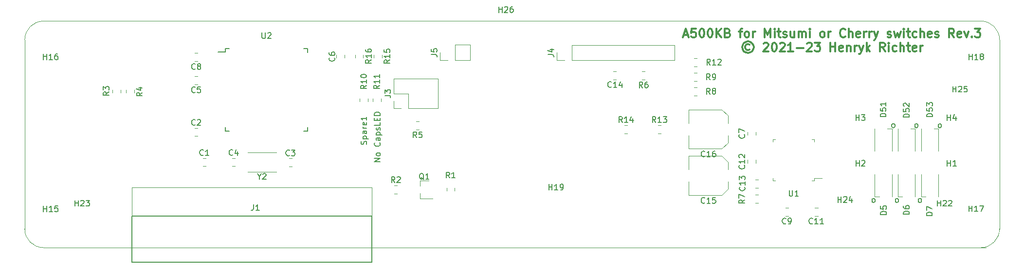
<source format=gto>
%TF.GenerationSoftware,KiCad,Pcbnew,7.0.2-0*%
%TF.CreationDate,2023-12-20T15:00:36+01:00*%
%TF.ProjectId,A500KBMini,41353030-4b42-44d6-996e-692e6b696361,3*%
%TF.SameCoordinates,Original*%
%TF.FileFunction,Legend,Top*%
%TF.FilePolarity,Positive*%
%FSLAX46Y46*%
G04 Gerber Fmt 4.6, Leading zero omitted, Abs format (unit mm)*
G04 Created by KiCad (PCBNEW 7.0.2-0) date 2023-12-20 15:00:36*
%MOMM*%
%LPD*%
G01*
G04 APERTURE LIST*
%ADD10C,0.200000*%
%ADD11C,0.300000*%
%ADD12C,0.150000*%
%ADD13C,0.120000*%
G04 APERTURE END LIST*
D10*
X362141480Y-244202601D02*
X362189099Y-244059744D01*
X362189099Y-244059744D02*
X362189099Y-243821649D01*
X362189099Y-243821649D02*
X362141480Y-243726411D01*
X362141480Y-243726411D02*
X362093860Y-243678792D01*
X362093860Y-243678792D02*
X361998622Y-243631173D01*
X361998622Y-243631173D02*
X361903384Y-243631173D01*
X361903384Y-243631173D02*
X361808146Y-243678792D01*
X361808146Y-243678792D02*
X361760527Y-243726411D01*
X361760527Y-243726411D02*
X361712908Y-243821649D01*
X361712908Y-243821649D02*
X361665289Y-244012125D01*
X361665289Y-244012125D02*
X361617670Y-244107363D01*
X361617670Y-244107363D02*
X361570051Y-244154982D01*
X361570051Y-244154982D02*
X361474813Y-244202601D01*
X361474813Y-244202601D02*
X361379575Y-244202601D01*
X361379575Y-244202601D02*
X361284337Y-244154982D01*
X361284337Y-244154982D02*
X361236718Y-244107363D01*
X361236718Y-244107363D02*
X361189099Y-244012125D01*
X361189099Y-244012125D02*
X361189099Y-243774030D01*
X361189099Y-243774030D02*
X361236718Y-243631173D01*
X361522432Y-243202601D02*
X362522432Y-243202601D01*
X361570051Y-243202601D02*
X361522432Y-243107363D01*
X361522432Y-243107363D02*
X361522432Y-242916887D01*
X361522432Y-242916887D02*
X361570051Y-242821649D01*
X361570051Y-242821649D02*
X361617670Y-242774030D01*
X361617670Y-242774030D02*
X361712908Y-242726411D01*
X361712908Y-242726411D02*
X361998622Y-242726411D01*
X361998622Y-242726411D02*
X362093860Y-242774030D01*
X362093860Y-242774030D02*
X362141480Y-242821649D01*
X362141480Y-242821649D02*
X362189099Y-242916887D01*
X362189099Y-242916887D02*
X362189099Y-243107363D01*
X362189099Y-243107363D02*
X362141480Y-243202601D01*
X362189099Y-241869268D02*
X361665289Y-241869268D01*
X361665289Y-241869268D02*
X361570051Y-241916887D01*
X361570051Y-241916887D02*
X361522432Y-242012125D01*
X361522432Y-242012125D02*
X361522432Y-242202601D01*
X361522432Y-242202601D02*
X361570051Y-242297839D01*
X362141480Y-241869268D02*
X362189099Y-241964506D01*
X362189099Y-241964506D02*
X362189099Y-242202601D01*
X362189099Y-242202601D02*
X362141480Y-242297839D01*
X362141480Y-242297839D02*
X362046241Y-242345458D01*
X362046241Y-242345458D02*
X361951003Y-242345458D01*
X361951003Y-242345458D02*
X361855765Y-242297839D01*
X361855765Y-242297839D02*
X361808146Y-242202601D01*
X361808146Y-242202601D02*
X361808146Y-241964506D01*
X361808146Y-241964506D02*
X361760527Y-241869268D01*
X362189099Y-241393077D02*
X361522432Y-241393077D01*
X361712908Y-241393077D02*
X361617670Y-241345458D01*
X361617670Y-241345458D02*
X361570051Y-241297839D01*
X361570051Y-241297839D02*
X361522432Y-241202601D01*
X361522432Y-241202601D02*
X361522432Y-241107363D01*
X362141480Y-240393077D02*
X362189099Y-240488315D01*
X362189099Y-240488315D02*
X362189099Y-240678791D01*
X362189099Y-240678791D02*
X362141480Y-240774029D01*
X362141480Y-240774029D02*
X362046241Y-240821648D01*
X362046241Y-240821648D02*
X361665289Y-240821648D01*
X361665289Y-240821648D02*
X361570051Y-240774029D01*
X361570051Y-240774029D02*
X361522432Y-240678791D01*
X361522432Y-240678791D02*
X361522432Y-240488315D01*
X361522432Y-240488315D02*
X361570051Y-240393077D01*
X361570051Y-240393077D02*
X361665289Y-240345458D01*
X361665289Y-240345458D02*
X361760527Y-240345458D01*
X361760527Y-240345458D02*
X361855765Y-240821648D01*
X362189099Y-239393077D02*
X362189099Y-239964505D01*
X362189099Y-239678791D02*
X361189099Y-239678791D01*
X361189099Y-239678791D02*
X361331956Y-239774029D01*
X361331956Y-239774029D02*
X361427194Y-239869267D01*
X361427194Y-239869267D02*
X361474813Y-239964505D01*
X364533519Y-247183374D02*
X363533519Y-247183374D01*
X363533519Y-247183374D02*
X364533519Y-246611946D01*
X364533519Y-246611946D02*
X363533519Y-246611946D01*
X364533519Y-245992898D02*
X364485900Y-246088136D01*
X364485900Y-246088136D02*
X364438280Y-246135755D01*
X364438280Y-246135755D02*
X364343042Y-246183374D01*
X364343042Y-246183374D02*
X364057328Y-246183374D01*
X364057328Y-246183374D02*
X363962090Y-246135755D01*
X363962090Y-246135755D02*
X363914471Y-246088136D01*
X363914471Y-246088136D02*
X363866852Y-245992898D01*
X363866852Y-245992898D02*
X363866852Y-245850041D01*
X363866852Y-245850041D02*
X363914471Y-245754803D01*
X363914471Y-245754803D02*
X363962090Y-245707184D01*
X363962090Y-245707184D02*
X364057328Y-245659565D01*
X364057328Y-245659565D02*
X364343042Y-245659565D01*
X364343042Y-245659565D02*
X364438280Y-245707184D01*
X364438280Y-245707184D02*
X364485900Y-245754803D01*
X364485900Y-245754803D02*
X364533519Y-245850041D01*
X364533519Y-245850041D02*
X364533519Y-245992898D01*
X364438280Y-243897660D02*
X364485900Y-243945279D01*
X364485900Y-243945279D02*
X364533519Y-244088136D01*
X364533519Y-244088136D02*
X364533519Y-244183374D01*
X364533519Y-244183374D02*
X364485900Y-244326231D01*
X364485900Y-244326231D02*
X364390661Y-244421469D01*
X364390661Y-244421469D02*
X364295423Y-244469088D01*
X364295423Y-244469088D02*
X364104947Y-244516707D01*
X364104947Y-244516707D02*
X363962090Y-244516707D01*
X363962090Y-244516707D02*
X363771614Y-244469088D01*
X363771614Y-244469088D02*
X363676376Y-244421469D01*
X363676376Y-244421469D02*
X363581138Y-244326231D01*
X363581138Y-244326231D02*
X363533519Y-244183374D01*
X363533519Y-244183374D02*
X363533519Y-244088136D01*
X363533519Y-244088136D02*
X363581138Y-243945279D01*
X363581138Y-243945279D02*
X363628757Y-243897660D01*
X364533519Y-243040517D02*
X364009709Y-243040517D01*
X364009709Y-243040517D02*
X363914471Y-243088136D01*
X363914471Y-243088136D02*
X363866852Y-243183374D01*
X363866852Y-243183374D02*
X363866852Y-243373850D01*
X363866852Y-243373850D02*
X363914471Y-243469088D01*
X364485900Y-243040517D02*
X364533519Y-243135755D01*
X364533519Y-243135755D02*
X364533519Y-243373850D01*
X364533519Y-243373850D02*
X364485900Y-243469088D01*
X364485900Y-243469088D02*
X364390661Y-243516707D01*
X364390661Y-243516707D02*
X364295423Y-243516707D01*
X364295423Y-243516707D02*
X364200185Y-243469088D01*
X364200185Y-243469088D02*
X364152566Y-243373850D01*
X364152566Y-243373850D02*
X364152566Y-243135755D01*
X364152566Y-243135755D02*
X364104947Y-243040517D01*
X363866852Y-242564326D02*
X364866852Y-242564326D01*
X363914471Y-242564326D02*
X363866852Y-242469088D01*
X363866852Y-242469088D02*
X363866852Y-242278612D01*
X363866852Y-242278612D02*
X363914471Y-242183374D01*
X363914471Y-242183374D02*
X363962090Y-242135755D01*
X363962090Y-242135755D02*
X364057328Y-242088136D01*
X364057328Y-242088136D02*
X364343042Y-242088136D01*
X364343042Y-242088136D02*
X364438280Y-242135755D01*
X364438280Y-242135755D02*
X364485900Y-242183374D01*
X364485900Y-242183374D02*
X364533519Y-242278612D01*
X364533519Y-242278612D02*
X364533519Y-242469088D01*
X364533519Y-242469088D02*
X364485900Y-242564326D01*
X364485900Y-241707183D02*
X364533519Y-241611945D01*
X364533519Y-241611945D02*
X364533519Y-241421469D01*
X364533519Y-241421469D02*
X364485900Y-241326231D01*
X364485900Y-241326231D02*
X364390661Y-241278612D01*
X364390661Y-241278612D02*
X364343042Y-241278612D01*
X364343042Y-241278612D02*
X364247804Y-241326231D01*
X364247804Y-241326231D02*
X364200185Y-241421469D01*
X364200185Y-241421469D02*
X364200185Y-241564326D01*
X364200185Y-241564326D02*
X364152566Y-241659564D01*
X364152566Y-241659564D02*
X364057328Y-241707183D01*
X364057328Y-241707183D02*
X364009709Y-241707183D01*
X364009709Y-241707183D02*
X363914471Y-241659564D01*
X363914471Y-241659564D02*
X363866852Y-241564326D01*
X363866852Y-241564326D02*
X363866852Y-241421469D01*
X363866852Y-241421469D02*
X363914471Y-241326231D01*
X364533519Y-240373850D02*
X364533519Y-240850040D01*
X364533519Y-240850040D02*
X363533519Y-240850040D01*
X364009709Y-240040516D02*
X364009709Y-239707183D01*
X364533519Y-239564326D02*
X364533519Y-240040516D01*
X364533519Y-240040516D02*
X363533519Y-240040516D01*
X363533519Y-240040516D02*
X363533519Y-239564326D01*
X364533519Y-239135754D02*
X363533519Y-239135754D01*
X363533519Y-239135754D02*
X363533519Y-238897659D01*
X363533519Y-238897659D02*
X363581138Y-238754802D01*
X363581138Y-238754802D02*
X363676376Y-238659564D01*
X363676376Y-238659564D02*
X363771614Y-238611945D01*
X363771614Y-238611945D02*
X363962090Y-238564326D01*
X363962090Y-238564326D02*
X364104947Y-238564326D01*
X364104947Y-238564326D02*
X364295423Y-238611945D01*
X364295423Y-238611945D02*
X364390661Y-238659564D01*
X364390661Y-238659564D02*
X364485900Y-238754802D01*
X364485900Y-238754802D02*
X364533519Y-238897659D01*
X364533519Y-238897659D02*
X364533519Y-239135754D01*
D11*
X417364287Y-225100357D02*
X418078573Y-225100357D01*
X417221430Y-225528928D02*
X417721430Y-224028928D01*
X417721430Y-224028928D02*
X418221430Y-225528928D01*
X419435715Y-224028928D02*
X418721429Y-224028928D01*
X418721429Y-224028928D02*
X418650001Y-224743214D01*
X418650001Y-224743214D02*
X418721429Y-224671785D01*
X418721429Y-224671785D02*
X418864287Y-224600357D01*
X418864287Y-224600357D02*
X419221429Y-224600357D01*
X419221429Y-224600357D02*
X419364287Y-224671785D01*
X419364287Y-224671785D02*
X419435715Y-224743214D01*
X419435715Y-224743214D02*
X419507144Y-224886071D01*
X419507144Y-224886071D02*
X419507144Y-225243214D01*
X419507144Y-225243214D02*
X419435715Y-225386071D01*
X419435715Y-225386071D02*
X419364287Y-225457500D01*
X419364287Y-225457500D02*
X419221429Y-225528928D01*
X419221429Y-225528928D02*
X418864287Y-225528928D01*
X418864287Y-225528928D02*
X418721429Y-225457500D01*
X418721429Y-225457500D02*
X418650001Y-225386071D01*
X420435715Y-224028928D02*
X420578572Y-224028928D01*
X420578572Y-224028928D02*
X420721429Y-224100357D01*
X420721429Y-224100357D02*
X420792858Y-224171785D01*
X420792858Y-224171785D02*
X420864286Y-224314642D01*
X420864286Y-224314642D02*
X420935715Y-224600357D01*
X420935715Y-224600357D02*
X420935715Y-224957500D01*
X420935715Y-224957500D02*
X420864286Y-225243214D01*
X420864286Y-225243214D02*
X420792858Y-225386071D01*
X420792858Y-225386071D02*
X420721429Y-225457500D01*
X420721429Y-225457500D02*
X420578572Y-225528928D01*
X420578572Y-225528928D02*
X420435715Y-225528928D01*
X420435715Y-225528928D02*
X420292858Y-225457500D01*
X420292858Y-225457500D02*
X420221429Y-225386071D01*
X420221429Y-225386071D02*
X420150000Y-225243214D01*
X420150000Y-225243214D02*
X420078572Y-224957500D01*
X420078572Y-224957500D02*
X420078572Y-224600357D01*
X420078572Y-224600357D02*
X420150000Y-224314642D01*
X420150000Y-224314642D02*
X420221429Y-224171785D01*
X420221429Y-224171785D02*
X420292858Y-224100357D01*
X420292858Y-224100357D02*
X420435715Y-224028928D01*
X421864286Y-224028928D02*
X422007143Y-224028928D01*
X422007143Y-224028928D02*
X422150000Y-224100357D01*
X422150000Y-224100357D02*
X422221429Y-224171785D01*
X422221429Y-224171785D02*
X422292857Y-224314642D01*
X422292857Y-224314642D02*
X422364286Y-224600357D01*
X422364286Y-224600357D02*
X422364286Y-224957500D01*
X422364286Y-224957500D02*
X422292857Y-225243214D01*
X422292857Y-225243214D02*
X422221429Y-225386071D01*
X422221429Y-225386071D02*
X422150000Y-225457500D01*
X422150000Y-225457500D02*
X422007143Y-225528928D01*
X422007143Y-225528928D02*
X421864286Y-225528928D01*
X421864286Y-225528928D02*
X421721429Y-225457500D01*
X421721429Y-225457500D02*
X421650000Y-225386071D01*
X421650000Y-225386071D02*
X421578571Y-225243214D01*
X421578571Y-225243214D02*
X421507143Y-224957500D01*
X421507143Y-224957500D02*
X421507143Y-224600357D01*
X421507143Y-224600357D02*
X421578571Y-224314642D01*
X421578571Y-224314642D02*
X421650000Y-224171785D01*
X421650000Y-224171785D02*
X421721429Y-224100357D01*
X421721429Y-224100357D02*
X421864286Y-224028928D01*
X423007142Y-225528928D02*
X423007142Y-224028928D01*
X423864285Y-225528928D02*
X423221428Y-224671785D01*
X423864285Y-224028928D02*
X423007142Y-224886071D01*
X425007142Y-224743214D02*
X425221428Y-224814642D01*
X425221428Y-224814642D02*
X425292857Y-224886071D01*
X425292857Y-224886071D02*
X425364285Y-225028928D01*
X425364285Y-225028928D02*
X425364285Y-225243214D01*
X425364285Y-225243214D02*
X425292857Y-225386071D01*
X425292857Y-225386071D02*
X425221428Y-225457500D01*
X425221428Y-225457500D02*
X425078571Y-225528928D01*
X425078571Y-225528928D02*
X424507142Y-225528928D01*
X424507142Y-225528928D02*
X424507142Y-224028928D01*
X424507142Y-224028928D02*
X425007142Y-224028928D01*
X425007142Y-224028928D02*
X425150000Y-224100357D01*
X425150000Y-224100357D02*
X425221428Y-224171785D01*
X425221428Y-224171785D02*
X425292857Y-224314642D01*
X425292857Y-224314642D02*
X425292857Y-224457500D01*
X425292857Y-224457500D02*
X425221428Y-224600357D01*
X425221428Y-224600357D02*
X425150000Y-224671785D01*
X425150000Y-224671785D02*
X425007142Y-224743214D01*
X425007142Y-224743214D02*
X424507142Y-224743214D01*
X426935714Y-224528928D02*
X427507142Y-224528928D01*
X427149999Y-225528928D02*
X427149999Y-224243214D01*
X427149999Y-224243214D02*
X427221428Y-224100357D01*
X427221428Y-224100357D02*
X427364285Y-224028928D01*
X427364285Y-224028928D02*
X427507142Y-224028928D01*
X428221428Y-225528928D02*
X428078571Y-225457500D01*
X428078571Y-225457500D02*
X428007142Y-225386071D01*
X428007142Y-225386071D02*
X427935714Y-225243214D01*
X427935714Y-225243214D02*
X427935714Y-224814642D01*
X427935714Y-224814642D02*
X428007142Y-224671785D01*
X428007142Y-224671785D02*
X428078571Y-224600357D01*
X428078571Y-224600357D02*
X428221428Y-224528928D01*
X428221428Y-224528928D02*
X428435714Y-224528928D01*
X428435714Y-224528928D02*
X428578571Y-224600357D01*
X428578571Y-224600357D02*
X428650000Y-224671785D01*
X428650000Y-224671785D02*
X428721428Y-224814642D01*
X428721428Y-224814642D02*
X428721428Y-225243214D01*
X428721428Y-225243214D02*
X428650000Y-225386071D01*
X428650000Y-225386071D02*
X428578571Y-225457500D01*
X428578571Y-225457500D02*
X428435714Y-225528928D01*
X428435714Y-225528928D02*
X428221428Y-225528928D01*
X429364285Y-225528928D02*
X429364285Y-224528928D01*
X429364285Y-224814642D02*
X429435714Y-224671785D01*
X429435714Y-224671785D02*
X429507143Y-224600357D01*
X429507143Y-224600357D02*
X429650000Y-224528928D01*
X429650000Y-224528928D02*
X429792857Y-224528928D01*
X431435713Y-225528928D02*
X431435713Y-224028928D01*
X431435713Y-224028928D02*
X431935713Y-225100357D01*
X431935713Y-225100357D02*
X432435713Y-224028928D01*
X432435713Y-224028928D02*
X432435713Y-225528928D01*
X433149999Y-225528928D02*
X433149999Y-224528928D01*
X433149999Y-224028928D02*
X433078571Y-224100357D01*
X433078571Y-224100357D02*
X433149999Y-224171785D01*
X433149999Y-224171785D02*
X433221428Y-224100357D01*
X433221428Y-224100357D02*
X433149999Y-224028928D01*
X433149999Y-224028928D02*
X433149999Y-224171785D01*
X433650000Y-224528928D02*
X434221428Y-224528928D01*
X433864285Y-224028928D02*
X433864285Y-225314642D01*
X433864285Y-225314642D02*
X433935714Y-225457500D01*
X433935714Y-225457500D02*
X434078571Y-225528928D01*
X434078571Y-225528928D02*
X434221428Y-225528928D01*
X434650000Y-225457500D02*
X434792857Y-225528928D01*
X434792857Y-225528928D02*
X435078571Y-225528928D01*
X435078571Y-225528928D02*
X435221428Y-225457500D01*
X435221428Y-225457500D02*
X435292857Y-225314642D01*
X435292857Y-225314642D02*
X435292857Y-225243214D01*
X435292857Y-225243214D02*
X435221428Y-225100357D01*
X435221428Y-225100357D02*
X435078571Y-225028928D01*
X435078571Y-225028928D02*
X434864286Y-225028928D01*
X434864286Y-225028928D02*
X434721428Y-224957500D01*
X434721428Y-224957500D02*
X434650000Y-224814642D01*
X434650000Y-224814642D02*
X434650000Y-224743214D01*
X434650000Y-224743214D02*
X434721428Y-224600357D01*
X434721428Y-224600357D02*
X434864286Y-224528928D01*
X434864286Y-224528928D02*
X435078571Y-224528928D01*
X435078571Y-224528928D02*
X435221428Y-224600357D01*
X436578572Y-224528928D02*
X436578572Y-225528928D01*
X435935714Y-224528928D02*
X435935714Y-225314642D01*
X435935714Y-225314642D02*
X436007143Y-225457500D01*
X436007143Y-225457500D02*
X436150000Y-225528928D01*
X436150000Y-225528928D02*
X436364286Y-225528928D01*
X436364286Y-225528928D02*
X436507143Y-225457500D01*
X436507143Y-225457500D02*
X436578572Y-225386071D01*
X437292857Y-225528928D02*
X437292857Y-224528928D01*
X437292857Y-224671785D02*
X437364286Y-224600357D01*
X437364286Y-224600357D02*
X437507143Y-224528928D01*
X437507143Y-224528928D02*
X437721429Y-224528928D01*
X437721429Y-224528928D02*
X437864286Y-224600357D01*
X437864286Y-224600357D02*
X437935715Y-224743214D01*
X437935715Y-224743214D02*
X437935715Y-225528928D01*
X437935715Y-224743214D02*
X438007143Y-224600357D01*
X438007143Y-224600357D02*
X438150000Y-224528928D01*
X438150000Y-224528928D02*
X438364286Y-224528928D01*
X438364286Y-224528928D02*
X438507143Y-224600357D01*
X438507143Y-224600357D02*
X438578572Y-224743214D01*
X438578572Y-224743214D02*
X438578572Y-225528928D01*
X439292857Y-225528928D02*
X439292857Y-224528928D01*
X439292857Y-224028928D02*
X439221429Y-224100357D01*
X439221429Y-224100357D02*
X439292857Y-224171785D01*
X439292857Y-224171785D02*
X439364286Y-224100357D01*
X439364286Y-224100357D02*
X439292857Y-224028928D01*
X439292857Y-224028928D02*
X439292857Y-224171785D01*
X441364286Y-225528928D02*
X441221429Y-225457500D01*
X441221429Y-225457500D02*
X441150000Y-225386071D01*
X441150000Y-225386071D02*
X441078572Y-225243214D01*
X441078572Y-225243214D02*
X441078572Y-224814642D01*
X441078572Y-224814642D02*
X441150000Y-224671785D01*
X441150000Y-224671785D02*
X441221429Y-224600357D01*
X441221429Y-224600357D02*
X441364286Y-224528928D01*
X441364286Y-224528928D02*
X441578572Y-224528928D01*
X441578572Y-224528928D02*
X441721429Y-224600357D01*
X441721429Y-224600357D02*
X441792858Y-224671785D01*
X441792858Y-224671785D02*
X441864286Y-224814642D01*
X441864286Y-224814642D02*
X441864286Y-225243214D01*
X441864286Y-225243214D02*
X441792858Y-225386071D01*
X441792858Y-225386071D02*
X441721429Y-225457500D01*
X441721429Y-225457500D02*
X441578572Y-225528928D01*
X441578572Y-225528928D02*
X441364286Y-225528928D01*
X442507143Y-225528928D02*
X442507143Y-224528928D01*
X442507143Y-224814642D02*
X442578572Y-224671785D01*
X442578572Y-224671785D02*
X442650001Y-224600357D01*
X442650001Y-224600357D02*
X442792858Y-224528928D01*
X442792858Y-224528928D02*
X442935715Y-224528928D01*
X445435714Y-225386071D02*
X445364286Y-225457500D01*
X445364286Y-225457500D02*
X445150000Y-225528928D01*
X445150000Y-225528928D02*
X445007143Y-225528928D01*
X445007143Y-225528928D02*
X444792857Y-225457500D01*
X444792857Y-225457500D02*
X444650000Y-225314642D01*
X444650000Y-225314642D02*
X444578571Y-225171785D01*
X444578571Y-225171785D02*
X444507143Y-224886071D01*
X444507143Y-224886071D02*
X444507143Y-224671785D01*
X444507143Y-224671785D02*
X444578571Y-224386071D01*
X444578571Y-224386071D02*
X444650000Y-224243214D01*
X444650000Y-224243214D02*
X444792857Y-224100357D01*
X444792857Y-224100357D02*
X445007143Y-224028928D01*
X445007143Y-224028928D02*
X445150000Y-224028928D01*
X445150000Y-224028928D02*
X445364286Y-224100357D01*
X445364286Y-224100357D02*
X445435714Y-224171785D01*
X446078571Y-225528928D02*
X446078571Y-224028928D01*
X446721429Y-225528928D02*
X446721429Y-224743214D01*
X446721429Y-224743214D02*
X446650000Y-224600357D01*
X446650000Y-224600357D02*
X446507143Y-224528928D01*
X446507143Y-224528928D02*
X446292857Y-224528928D01*
X446292857Y-224528928D02*
X446150000Y-224600357D01*
X446150000Y-224600357D02*
X446078571Y-224671785D01*
X448007143Y-225457500D02*
X447864286Y-225528928D01*
X447864286Y-225528928D02*
X447578572Y-225528928D01*
X447578572Y-225528928D02*
X447435714Y-225457500D01*
X447435714Y-225457500D02*
X447364286Y-225314642D01*
X447364286Y-225314642D02*
X447364286Y-224743214D01*
X447364286Y-224743214D02*
X447435714Y-224600357D01*
X447435714Y-224600357D02*
X447578572Y-224528928D01*
X447578572Y-224528928D02*
X447864286Y-224528928D01*
X447864286Y-224528928D02*
X448007143Y-224600357D01*
X448007143Y-224600357D02*
X448078572Y-224743214D01*
X448078572Y-224743214D02*
X448078572Y-224886071D01*
X448078572Y-224886071D02*
X447364286Y-225028928D01*
X448721428Y-225528928D02*
X448721428Y-224528928D01*
X448721428Y-224814642D02*
X448792857Y-224671785D01*
X448792857Y-224671785D02*
X448864286Y-224600357D01*
X448864286Y-224600357D02*
X449007143Y-224528928D01*
X449007143Y-224528928D02*
X449150000Y-224528928D01*
X449649999Y-225528928D02*
X449649999Y-224528928D01*
X449649999Y-224814642D02*
X449721428Y-224671785D01*
X449721428Y-224671785D02*
X449792857Y-224600357D01*
X449792857Y-224600357D02*
X449935714Y-224528928D01*
X449935714Y-224528928D02*
X450078571Y-224528928D01*
X450435713Y-224528928D02*
X450792856Y-225528928D01*
X451149999Y-224528928D02*
X450792856Y-225528928D01*
X450792856Y-225528928D02*
X450649999Y-225886071D01*
X450649999Y-225886071D02*
X450578570Y-225957500D01*
X450578570Y-225957500D02*
X450435713Y-226028928D01*
X452792856Y-225457500D02*
X452935713Y-225528928D01*
X452935713Y-225528928D02*
X453221427Y-225528928D01*
X453221427Y-225528928D02*
X453364284Y-225457500D01*
X453364284Y-225457500D02*
X453435713Y-225314642D01*
X453435713Y-225314642D02*
X453435713Y-225243214D01*
X453435713Y-225243214D02*
X453364284Y-225100357D01*
X453364284Y-225100357D02*
X453221427Y-225028928D01*
X453221427Y-225028928D02*
X453007142Y-225028928D01*
X453007142Y-225028928D02*
X452864284Y-224957500D01*
X452864284Y-224957500D02*
X452792856Y-224814642D01*
X452792856Y-224814642D02*
X452792856Y-224743214D01*
X452792856Y-224743214D02*
X452864284Y-224600357D01*
X452864284Y-224600357D02*
X453007142Y-224528928D01*
X453007142Y-224528928D02*
X453221427Y-224528928D01*
X453221427Y-224528928D02*
X453364284Y-224600357D01*
X453935713Y-224528928D02*
X454221428Y-225528928D01*
X454221428Y-225528928D02*
X454507142Y-224814642D01*
X454507142Y-224814642D02*
X454792856Y-225528928D01*
X454792856Y-225528928D02*
X455078570Y-224528928D01*
X455649999Y-225528928D02*
X455649999Y-224528928D01*
X455649999Y-224028928D02*
X455578571Y-224100357D01*
X455578571Y-224100357D02*
X455649999Y-224171785D01*
X455649999Y-224171785D02*
X455721428Y-224100357D01*
X455721428Y-224100357D02*
X455649999Y-224028928D01*
X455649999Y-224028928D02*
X455649999Y-224171785D01*
X456150000Y-224528928D02*
X456721428Y-224528928D01*
X456364285Y-224028928D02*
X456364285Y-225314642D01*
X456364285Y-225314642D02*
X456435714Y-225457500D01*
X456435714Y-225457500D02*
X456578571Y-225528928D01*
X456578571Y-225528928D02*
X456721428Y-225528928D01*
X457864286Y-225457500D02*
X457721428Y-225528928D01*
X457721428Y-225528928D02*
X457435714Y-225528928D01*
X457435714Y-225528928D02*
X457292857Y-225457500D01*
X457292857Y-225457500D02*
X457221428Y-225386071D01*
X457221428Y-225386071D02*
X457150000Y-225243214D01*
X457150000Y-225243214D02*
X457150000Y-224814642D01*
X457150000Y-224814642D02*
X457221428Y-224671785D01*
X457221428Y-224671785D02*
X457292857Y-224600357D01*
X457292857Y-224600357D02*
X457435714Y-224528928D01*
X457435714Y-224528928D02*
X457721428Y-224528928D01*
X457721428Y-224528928D02*
X457864286Y-224600357D01*
X458507142Y-225528928D02*
X458507142Y-224028928D01*
X459150000Y-225528928D02*
X459150000Y-224743214D01*
X459150000Y-224743214D02*
X459078571Y-224600357D01*
X459078571Y-224600357D02*
X458935714Y-224528928D01*
X458935714Y-224528928D02*
X458721428Y-224528928D01*
X458721428Y-224528928D02*
X458578571Y-224600357D01*
X458578571Y-224600357D02*
X458507142Y-224671785D01*
X460435714Y-225457500D02*
X460292857Y-225528928D01*
X460292857Y-225528928D02*
X460007143Y-225528928D01*
X460007143Y-225528928D02*
X459864285Y-225457500D01*
X459864285Y-225457500D02*
X459792857Y-225314642D01*
X459792857Y-225314642D02*
X459792857Y-224743214D01*
X459792857Y-224743214D02*
X459864285Y-224600357D01*
X459864285Y-224600357D02*
X460007143Y-224528928D01*
X460007143Y-224528928D02*
X460292857Y-224528928D01*
X460292857Y-224528928D02*
X460435714Y-224600357D01*
X460435714Y-224600357D02*
X460507143Y-224743214D01*
X460507143Y-224743214D02*
X460507143Y-224886071D01*
X460507143Y-224886071D02*
X459792857Y-225028928D01*
X461078571Y-225457500D02*
X461221428Y-225528928D01*
X461221428Y-225528928D02*
X461507142Y-225528928D01*
X461507142Y-225528928D02*
X461649999Y-225457500D01*
X461649999Y-225457500D02*
X461721428Y-225314642D01*
X461721428Y-225314642D02*
X461721428Y-225243214D01*
X461721428Y-225243214D02*
X461649999Y-225100357D01*
X461649999Y-225100357D02*
X461507142Y-225028928D01*
X461507142Y-225028928D02*
X461292857Y-225028928D01*
X461292857Y-225028928D02*
X461149999Y-224957500D01*
X461149999Y-224957500D02*
X461078571Y-224814642D01*
X461078571Y-224814642D02*
X461078571Y-224743214D01*
X461078571Y-224743214D02*
X461149999Y-224600357D01*
X461149999Y-224600357D02*
X461292857Y-224528928D01*
X461292857Y-224528928D02*
X461507142Y-224528928D01*
X461507142Y-224528928D02*
X461649999Y-224600357D01*
X464364285Y-225528928D02*
X463864285Y-224814642D01*
X463507142Y-225528928D02*
X463507142Y-224028928D01*
X463507142Y-224028928D02*
X464078571Y-224028928D01*
X464078571Y-224028928D02*
X464221428Y-224100357D01*
X464221428Y-224100357D02*
X464292857Y-224171785D01*
X464292857Y-224171785D02*
X464364285Y-224314642D01*
X464364285Y-224314642D02*
X464364285Y-224528928D01*
X464364285Y-224528928D02*
X464292857Y-224671785D01*
X464292857Y-224671785D02*
X464221428Y-224743214D01*
X464221428Y-224743214D02*
X464078571Y-224814642D01*
X464078571Y-224814642D02*
X463507142Y-224814642D01*
X465578571Y-225457500D02*
X465435714Y-225528928D01*
X465435714Y-225528928D02*
X465150000Y-225528928D01*
X465150000Y-225528928D02*
X465007142Y-225457500D01*
X465007142Y-225457500D02*
X464935714Y-225314642D01*
X464935714Y-225314642D02*
X464935714Y-224743214D01*
X464935714Y-224743214D02*
X465007142Y-224600357D01*
X465007142Y-224600357D02*
X465150000Y-224528928D01*
X465150000Y-224528928D02*
X465435714Y-224528928D01*
X465435714Y-224528928D02*
X465578571Y-224600357D01*
X465578571Y-224600357D02*
X465650000Y-224743214D01*
X465650000Y-224743214D02*
X465650000Y-224886071D01*
X465650000Y-224886071D02*
X464935714Y-225028928D01*
X466149999Y-224528928D02*
X466507142Y-225528928D01*
X466507142Y-225528928D02*
X466864285Y-224528928D01*
X467435713Y-225386071D02*
X467507142Y-225457500D01*
X467507142Y-225457500D02*
X467435713Y-225528928D01*
X467435713Y-225528928D02*
X467364285Y-225457500D01*
X467364285Y-225457500D02*
X467435713Y-225386071D01*
X467435713Y-225386071D02*
X467435713Y-225528928D01*
X468007142Y-224028928D02*
X468935714Y-224028928D01*
X468935714Y-224028928D02*
X468435714Y-224600357D01*
X468435714Y-224600357D02*
X468649999Y-224600357D01*
X468649999Y-224600357D02*
X468792857Y-224671785D01*
X468792857Y-224671785D02*
X468864285Y-224743214D01*
X468864285Y-224743214D02*
X468935714Y-224886071D01*
X468935714Y-224886071D02*
X468935714Y-225243214D01*
X468935714Y-225243214D02*
X468864285Y-225386071D01*
X468864285Y-225386071D02*
X468792857Y-225457500D01*
X468792857Y-225457500D02*
X468649999Y-225528928D01*
X468649999Y-225528928D02*
X468221428Y-225528928D01*
X468221428Y-225528928D02*
X468078571Y-225457500D01*
X468078571Y-225457500D02*
X468007142Y-225386071D01*
X428792858Y-226816071D02*
X428650001Y-226744642D01*
X428650001Y-226744642D02*
X428364287Y-226744642D01*
X428364287Y-226744642D02*
X428221430Y-226816071D01*
X428221430Y-226816071D02*
X428078572Y-226958928D01*
X428078572Y-226958928D02*
X428007144Y-227101785D01*
X428007144Y-227101785D02*
X428007144Y-227387500D01*
X428007144Y-227387500D02*
X428078572Y-227530357D01*
X428078572Y-227530357D02*
X428221430Y-227673214D01*
X428221430Y-227673214D02*
X428364287Y-227744642D01*
X428364287Y-227744642D02*
X428650001Y-227744642D01*
X428650001Y-227744642D02*
X428792858Y-227673214D01*
X428507144Y-226244642D02*
X428150001Y-226316071D01*
X428150001Y-226316071D02*
X427792858Y-226530357D01*
X427792858Y-226530357D02*
X427578572Y-226887500D01*
X427578572Y-226887500D02*
X427507144Y-227244642D01*
X427507144Y-227244642D02*
X427578572Y-227601785D01*
X427578572Y-227601785D02*
X427792858Y-227958928D01*
X427792858Y-227958928D02*
X428150001Y-228173214D01*
X428150001Y-228173214D02*
X428507144Y-228244642D01*
X428507144Y-228244642D02*
X428864287Y-228173214D01*
X428864287Y-228173214D02*
X429221430Y-227958928D01*
X429221430Y-227958928D02*
X429435715Y-227601785D01*
X429435715Y-227601785D02*
X429507144Y-227244642D01*
X429507144Y-227244642D02*
X429435715Y-226887500D01*
X429435715Y-226887500D02*
X429221430Y-226530357D01*
X429221430Y-226530357D02*
X428864287Y-226316071D01*
X428864287Y-226316071D02*
X428507144Y-226244642D01*
X431221430Y-226601785D02*
X431292858Y-226530357D01*
X431292858Y-226530357D02*
X431435716Y-226458928D01*
X431435716Y-226458928D02*
X431792858Y-226458928D01*
X431792858Y-226458928D02*
X431935716Y-226530357D01*
X431935716Y-226530357D02*
X432007144Y-226601785D01*
X432007144Y-226601785D02*
X432078573Y-226744642D01*
X432078573Y-226744642D02*
X432078573Y-226887500D01*
X432078573Y-226887500D02*
X432007144Y-227101785D01*
X432007144Y-227101785D02*
X431150001Y-227958928D01*
X431150001Y-227958928D02*
X432078573Y-227958928D01*
X433007144Y-226458928D02*
X433150001Y-226458928D01*
X433150001Y-226458928D02*
X433292858Y-226530357D01*
X433292858Y-226530357D02*
X433364287Y-226601785D01*
X433364287Y-226601785D02*
X433435715Y-226744642D01*
X433435715Y-226744642D02*
X433507144Y-227030357D01*
X433507144Y-227030357D02*
X433507144Y-227387500D01*
X433507144Y-227387500D02*
X433435715Y-227673214D01*
X433435715Y-227673214D02*
X433364287Y-227816071D01*
X433364287Y-227816071D02*
X433292858Y-227887500D01*
X433292858Y-227887500D02*
X433150001Y-227958928D01*
X433150001Y-227958928D02*
X433007144Y-227958928D01*
X433007144Y-227958928D02*
X432864287Y-227887500D01*
X432864287Y-227887500D02*
X432792858Y-227816071D01*
X432792858Y-227816071D02*
X432721429Y-227673214D01*
X432721429Y-227673214D02*
X432650001Y-227387500D01*
X432650001Y-227387500D02*
X432650001Y-227030357D01*
X432650001Y-227030357D02*
X432721429Y-226744642D01*
X432721429Y-226744642D02*
X432792858Y-226601785D01*
X432792858Y-226601785D02*
X432864287Y-226530357D01*
X432864287Y-226530357D02*
X433007144Y-226458928D01*
X434078572Y-226601785D02*
X434150000Y-226530357D01*
X434150000Y-226530357D02*
X434292858Y-226458928D01*
X434292858Y-226458928D02*
X434650000Y-226458928D01*
X434650000Y-226458928D02*
X434792858Y-226530357D01*
X434792858Y-226530357D02*
X434864286Y-226601785D01*
X434864286Y-226601785D02*
X434935715Y-226744642D01*
X434935715Y-226744642D02*
X434935715Y-226887500D01*
X434935715Y-226887500D02*
X434864286Y-227101785D01*
X434864286Y-227101785D02*
X434007143Y-227958928D01*
X434007143Y-227958928D02*
X434935715Y-227958928D01*
X436364286Y-227958928D02*
X435507143Y-227958928D01*
X435935714Y-227958928D02*
X435935714Y-226458928D01*
X435935714Y-226458928D02*
X435792857Y-226673214D01*
X435792857Y-226673214D02*
X435650000Y-226816071D01*
X435650000Y-226816071D02*
X435507143Y-226887500D01*
X437007142Y-227387500D02*
X438150000Y-227387500D01*
X438792857Y-226601785D02*
X438864285Y-226530357D01*
X438864285Y-226530357D02*
X439007143Y-226458928D01*
X439007143Y-226458928D02*
X439364285Y-226458928D01*
X439364285Y-226458928D02*
X439507143Y-226530357D01*
X439507143Y-226530357D02*
X439578571Y-226601785D01*
X439578571Y-226601785D02*
X439650000Y-226744642D01*
X439650000Y-226744642D02*
X439650000Y-226887500D01*
X439650000Y-226887500D02*
X439578571Y-227101785D01*
X439578571Y-227101785D02*
X438721428Y-227958928D01*
X438721428Y-227958928D02*
X439650000Y-227958928D01*
X440149999Y-226458928D02*
X441078571Y-226458928D01*
X441078571Y-226458928D02*
X440578571Y-227030357D01*
X440578571Y-227030357D02*
X440792856Y-227030357D01*
X440792856Y-227030357D02*
X440935714Y-227101785D01*
X440935714Y-227101785D02*
X441007142Y-227173214D01*
X441007142Y-227173214D02*
X441078571Y-227316071D01*
X441078571Y-227316071D02*
X441078571Y-227673214D01*
X441078571Y-227673214D02*
X441007142Y-227816071D01*
X441007142Y-227816071D02*
X440935714Y-227887500D01*
X440935714Y-227887500D02*
X440792856Y-227958928D01*
X440792856Y-227958928D02*
X440364285Y-227958928D01*
X440364285Y-227958928D02*
X440221428Y-227887500D01*
X440221428Y-227887500D02*
X440149999Y-227816071D01*
X442864284Y-227958928D02*
X442864284Y-226458928D01*
X442864284Y-227173214D02*
X443721427Y-227173214D01*
X443721427Y-227958928D02*
X443721427Y-226458928D01*
X445007142Y-227887500D02*
X444864285Y-227958928D01*
X444864285Y-227958928D02*
X444578571Y-227958928D01*
X444578571Y-227958928D02*
X444435713Y-227887500D01*
X444435713Y-227887500D02*
X444364285Y-227744642D01*
X444364285Y-227744642D02*
X444364285Y-227173214D01*
X444364285Y-227173214D02*
X444435713Y-227030357D01*
X444435713Y-227030357D02*
X444578571Y-226958928D01*
X444578571Y-226958928D02*
X444864285Y-226958928D01*
X444864285Y-226958928D02*
X445007142Y-227030357D01*
X445007142Y-227030357D02*
X445078571Y-227173214D01*
X445078571Y-227173214D02*
X445078571Y-227316071D01*
X445078571Y-227316071D02*
X444364285Y-227458928D01*
X445721427Y-226958928D02*
X445721427Y-227958928D01*
X445721427Y-227101785D02*
X445792856Y-227030357D01*
X445792856Y-227030357D02*
X445935713Y-226958928D01*
X445935713Y-226958928D02*
X446149999Y-226958928D01*
X446149999Y-226958928D02*
X446292856Y-227030357D01*
X446292856Y-227030357D02*
X446364285Y-227173214D01*
X446364285Y-227173214D02*
X446364285Y-227958928D01*
X447078570Y-227958928D02*
X447078570Y-226958928D01*
X447078570Y-227244642D02*
X447149999Y-227101785D01*
X447149999Y-227101785D02*
X447221428Y-227030357D01*
X447221428Y-227030357D02*
X447364285Y-226958928D01*
X447364285Y-226958928D02*
X447507142Y-226958928D01*
X447864284Y-226958928D02*
X448221427Y-227958928D01*
X448578570Y-226958928D02*
X448221427Y-227958928D01*
X448221427Y-227958928D02*
X448078570Y-228316071D01*
X448078570Y-228316071D02*
X448007141Y-228387500D01*
X448007141Y-228387500D02*
X447864284Y-228458928D01*
X449149998Y-227958928D02*
X449149998Y-226458928D01*
X449292856Y-227387500D02*
X449721427Y-227958928D01*
X449721427Y-226958928D02*
X449149998Y-227530357D01*
X452364284Y-227958928D02*
X451864284Y-227244642D01*
X451507141Y-227958928D02*
X451507141Y-226458928D01*
X451507141Y-226458928D02*
X452078570Y-226458928D01*
X452078570Y-226458928D02*
X452221427Y-226530357D01*
X452221427Y-226530357D02*
X452292856Y-226601785D01*
X452292856Y-226601785D02*
X452364284Y-226744642D01*
X452364284Y-226744642D02*
X452364284Y-226958928D01*
X452364284Y-226958928D02*
X452292856Y-227101785D01*
X452292856Y-227101785D02*
X452221427Y-227173214D01*
X452221427Y-227173214D02*
X452078570Y-227244642D01*
X452078570Y-227244642D02*
X451507141Y-227244642D01*
X453007141Y-227958928D02*
X453007141Y-226958928D01*
X453007141Y-226458928D02*
X452935713Y-226530357D01*
X452935713Y-226530357D02*
X453007141Y-226601785D01*
X453007141Y-226601785D02*
X453078570Y-226530357D01*
X453078570Y-226530357D02*
X453007141Y-226458928D01*
X453007141Y-226458928D02*
X453007141Y-226601785D01*
X454364285Y-227887500D02*
X454221427Y-227958928D01*
X454221427Y-227958928D02*
X453935713Y-227958928D01*
X453935713Y-227958928D02*
X453792856Y-227887500D01*
X453792856Y-227887500D02*
X453721427Y-227816071D01*
X453721427Y-227816071D02*
X453649999Y-227673214D01*
X453649999Y-227673214D02*
X453649999Y-227244642D01*
X453649999Y-227244642D02*
X453721427Y-227101785D01*
X453721427Y-227101785D02*
X453792856Y-227030357D01*
X453792856Y-227030357D02*
X453935713Y-226958928D01*
X453935713Y-226958928D02*
X454221427Y-226958928D01*
X454221427Y-226958928D02*
X454364285Y-227030357D01*
X455007141Y-227958928D02*
X455007141Y-226458928D01*
X455649999Y-227958928D02*
X455649999Y-227173214D01*
X455649999Y-227173214D02*
X455578570Y-227030357D01*
X455578570Y-227030357D02*
X455435713Y-226958928D01*
X455435713Y-226958928D02*
X455221427Y-226958928D01*
X455221427Y-226958928D02*
X455078570Y-227030357D01*
X455078570Y-227030357D02*
X455007141Y-227101785D01*
X456149999Y-226958928D02*
X456721427Y-226958928D01*
X456364284Y-226458928D02*
X456364284Y-227744642D01*
X456364284Y-227744642D02*
X456435713Y-227887500D01*
X456435713Y-227887500D02*
X456578570Y-227958928D01*
X456578570Y-227958928D02*
X456721427Y-227958928D01*
X457792856Y-227887500D02*
X457649999Y-227958928D01*
X457649999Y-227958928D02*
X457364285Y-227958928D01*
X457364285Y-227958928D02*
X457221427Y-227887500D01*
X457221427Y-227887500D02*
X457149999Y-227744642D01*
X457149999Y-227744642D02*
X457149999Y-227173214D01*
X457149999Y-227173214D02*
X457221427Y-227030357D01*
X457221427Y-227030357D02*
X457364285Y-226958928D01*
X457364285Y-226958928D02*
X457649999Y-226958928D01*
X457649999Y-226958928D02*
X457792856Y-227030357D01*
X457792856Y-227030357D02*
X457864285Y-227173214D01*
X457864285Y-227173214D02*
X457864285Y-227316071D01*
X457864285Y-227316071D02*
X457149999Y-227458928D01*
X458507141Y-227958928D02*
X458507141Y-226958928D01*
X458507141Y-227244642D02*
X458578570Y-227101785D01*
X458578570Y-227101785D02*
X458649999Y-227030357D01*
X458649999Y-227030357D02*
X458792856Y-226958928D01*
X458792856Y-226958928D02*
X458935713Y-226958928D01*
D12*
X461802171Y-241280019D02*
X461706933Y-241232400D01*
X461706933Y-241232400D02*
X461659314Y-241184780D01*
X461659314Y-241184780D02*
X461611695Y-241089542D01*
X461611695Y-241089542D02*
X461611695Y-240803828D01*
X461611695Y-240803828D02*
X461659314Y-240708590D01*
X461659314Y-240708590D02*
X461706933Y-240660971D01*
X461706933Y-240660971D02*
X461802171Y-240613352D01*
X461802171Y-240613352D02*
X461945028Y-240613352D01*
X461945028Y-240613352D02*
X462040266Y-240660971D01*
X462040266Y-240660971D02*
X462087885Y-240708590D01*
X462087885Y-240708590D02*
X462135504Y-240803828D01*
X462135504Y-240803828D02*
X462135504Y-241089542D01*
X462135504Y-241089542D02*
X462087885Y-241184780D01*
X462087885Y-241184780D02*
X462040266Y-241232400D01*
X462040266Y-241232400D02*
X461945028Y-241280019D01*
X461945028Y-241280019D02*
X461802171Y-241280019D01*
X457738171Y-241262619D02*
X457642933Y-241215000D01*
X457642933Y-241215000D02*
X457595314Y-241167380D01*
X457595314Y-241167380D02*
X457547695Y-241072142D01*
X457547695Y-241072142D02*
X457547695Y-240786428D01*
X457547695Y-240786428D02*
X457595314Y-240691190D01*
X457595314Y-240691190D02*
X457642933Y-240643571D01*
X457642933Y-240643571D02*
X457738171Y-240595952D01*
X457738171Y-240595952D02*
X457881028Y-240595952D01*
X457881028Y-240595952D02*
X457976266Y-240643571D01*
X457976266Y-240643571D02*
X458023885Y-240691190D01*
X458023885Y-240691190D02*
X458071504Y-240786428D01*
X458071504Y-240786428D02*
X458071504Y-241072142D01*
X458071504Y-241072142D02*
X458023885Y-241167380D01*
X458023885Y-241167380D02*
X457976266Y-241215000D01*
X457976266Y-241215000D02*
X457881028Y-241262619D01*
X457881028Y-241262619D02*
X457738171Y-241262619D01*
X453724971Y-241262619D02*
X453629733Y-241215000D01*
X453629733Y-241215000D02*
X453582114Y-241167380D01*
X453582114Y-241167380D02*
X453534495Y-241072142D01*
X453534495Y-241072142D02*
X453534495Y-240786428D01*
X453534495Y-240786428D02*
X453582114Y-240691190D01*
X453582114Y-240691190D02*
X453629733Y-240643571D01*
X453629733Y-240643571D02*
X453724971Y-240595952D01*
X453724971Y-240595952D02*
X453867828Y-240595952D01*
X453867828Y-240595952D02*
X453963066Y-240643571D01*
X453963066Y-240643571D02*
X454010685Y-240691190D01*
X454010685Y-240691190D02*
X454058304Y-240786428D01*
X454058304Y-240786428D02*
X454058304Y-241072142D01*
X454058304Y-241072142D02*
X454010685Y-241167380D01*
X454010685Y-241167380D02*
X453963066Y-241215000D01*
X453963066Y-241215000D02*
X453867828Y-241262619D01*
X453867828Y-241262619D02*
X453724971Y-241262619D01*
X450270571Y-254310219D02*
X450175333Y-254262600D01*
X450175333Y-254262600D02*
X450127714Y-254214980D01*
X450127714Y-254214980D02*
X450080095Y-254119742D01*
X450080095Y-254119742D02*
X450080095Y-253834028D01*
X450080095Y-253834028D02*
X450127714Y-253738790D01*
X450127714Y-253738790D02*
X450175333Y-253691171D01*
X450175333Y-253691171D02*
X450270571Y-253643552D01*
X450270571Y-253643552D02*
X450413428Y-253643552D01*
X450413428Y-253643552D02*
X450508666Y-253691171D01*
X450508666Y-253691171D02*
X450556285Y-253738790D01*
X450556285Y-253738790D02*
X450603904Y-253834028D01*
X450603904Y-253834028D02*
X450603904Y-254119742D01*
X450603904Y-254119742D02*
X450556285Y-254214980D01*
X450556285Y-254214980D02*
X450508666Y-254262600D01*
X450508666Y-254262600D02*
X450413428Y-254310219D01*
X450413428Y-254310219D02*
X450270571Y-254310219D01*
X454334571Y-254310219D02*
X454239333Y-254262600D01*
X454239333Y-254262600D02*
X454191714Y-254214980D01*
X454191714Y-254214980D02*
X454144095Y-254119742D01*
X454144095Y-254119742D02*
X454144095Y-253834028D01*
X454144095Y-253834028D02*
X454191714Y-253738790D01*
X454191714Y-253738790D02*
X454239333Y-253691171D01*
X454239333Y-253691171D02*
X454334571Y-253643552D01*
X454334571Y-253643552D02*
X454477428Y-253643552D01*
X454477428Y-253643552D02*
X454572666Y-253691171D01*
X454572666Y-253691171D02*
X454620285Y-253738790D01*
X454620285Y-253738790D02*
X454667904Y-253834028D01*
X454667904Y-253834028D02*
X454667904Y-254119742D01*
X454667904Y-254119742D02*
X454620285Y-254214980D01*
X454620285Y-254214980D02*
X454572666Y-254262600D01*
X454572666Y-254262600D02*
X454477428Y-254310219D01*
X454477428Y-254310219D02*
X454334571Y-254310219D01*
X458347771Y-254310219D02*
X458252533Y-254262600D01*
X458252533Y-254262600D02*
X458204914Y-254214980D01*
X458204914Y-254214980D02*
X458157295Y-254119742D01*
X458157295Y-254119742D02*
X458157295Y-253834028D01*
X458157295Y-253834028D02*
X458204914Y-253738790D01*
X458204914Y-253738790D02*
X458252533Y-253691171D01*
X458252533Y-253691171D02*
X458347771Y-253643552D01*
X458347771Y-253643552D02*
X458490628Y-253643552D01*
X458490628Y-253643552D02*
X458585866Y-253691171D01*
X458585866Y-253691171D02*
X458633485Y-253738790D01*
X458633485Y-253738790D02*
X458681104Y-253834028D01*
X458681104Y-253834028D02*
X458681104Y-254119742D01*
X458681104Y-254119742D02*
X458633485Y-254214980D01*
X458633485Y-254214980D02*
X458585866Y-254262600D01*
X458585866Y-254262600D02*
X458490628Y-254310219D01*
X458490628Y-254310219D02*
X458347771Y-254310219D01*
D13*
X302700000Y-226900000D02*
X302700000Y-226950000D01*
X302700000Y-225950000D02*
X302700000Y-226900000D01*
X305950000Y-222700000D02*
G75*
G03*
X302700000Y-225950000I0J-3250000D01*
G01*
X302700000Y-258950000D02*
X302700000Y-226850000D01*
X472282520Y-225945700D02*
X472282520Y-258945700D01*
X472281320Y-225936880D02*
G75*
G03*
X469031320Y-222686880I-3250000J0D01*
G01*
X469031320Y-222686880D02*
X305950000Y-222700000D01*
X305950000Y-262200000D02*
X307250000Y-262200000D01*
X302700000Y-258950000D02*
G75*
G03*
X305950000Y-262200000I3250000J0D01*
G01*
X469950000Y-262200000D02*
X307250000Y-262200000D01*
X469044020Y-262201660D02*
G75*
G03*
X472276120Y-258958080I-11500J3243580D01*
G01*
D12*
%TO.C,H26*%
X385164485Y-221184519D02*
X385164485Y-220184519D01*
X385164485Y-220660709D02*
X385735913Y-220660709D01*
X385735913Y-221184519D02*
X385735913Y-220184519D01*
X386164485Y-220279757D02*
X386212104Y-220232138D01*
X386212104Y-220232138D02*
X386307342Y-220184519D01*
X386307342Y-220184519D02*
X386545437Y-220184519D01*
X386545437Y-220184519D02*
X386640675Y-220232138D01*
X386640675Y-220232138D02*
X386688294Y-220279757D01*
X386688294Y-220279757D02*
X386735913Y-220374995D01*
X386735913Y-220374995D02*
X386735913Y-220470233D01*
X386735913Y-220470233D02*
X386688294Y-220613090D01*
X386688294Y-220613090D02*
X386116866Y-221184519D01*
X386116866Y-221184519D02*
X386735913Y-221184519D01*
X387593056Y-220184519D02*
X387402580Y-220184519D01*
X387402580Y-220184519D02*
X387307342Y-220232138D01*
X387307342Y-220232138D02*
X387259723Y-220279757D01*
X387259723Y-220279757D02*
X387164485Y-220422614D01*
X387164485Y-220422614D02*
X387116866Y-220613090D01*
X387116866Y-220613090D02*
X387116866Y-220994042D01*
X387116866Y-220994042D02*
X387164485Y-221089280D01*
X387164485Y-221089280D02*
X387212104Y-221136900D01*
X387212104Y-221136900D02*
X387307342Y-221184519D01*
X387307342Y-221184519D02*
X387497818Y-221184519D01*
X387497818Y-221184519D02*
X387593056Y-221136900D01*
X387593056Y-221136900D02*
X387640675Y-221089280D01*
X387640675Y-221089280D02*
X387688294Y-220994042D01*
X387688294Y-220994042D02*
X387688294Y-220755947D01*
X387688294Y-220755947D02*
X387640675Y-220660709D01*
X387640675Y-220660709D02*
X387593056Y-220613090D01*
X387593056Y-220613090D02*
X387497818Y-220565471D01*
X387497818Y-220565471D02*
X387307342Y-220565471D01*
X387307342Y-220565471D02*
X387212104Y-220613090D01*
X387212104Y-220613090D02*
X387164485Y-220660709D01*
X387164485Y-220660709D02*
X387116866Y-220755947D01*
%TO.C,D51*%
X452524219Y-239364285D02*
X451524219Y-239364285D01*
X451524219Y-239364285D02*
X451524219Y-239126190D01*
X451524219Y-239126190D02*
X451571838Y-238983333D01*
X451571838Y-238983333D02*
X451667076Y-238888095D01*
X451667076Y-238888095D02*
X451762314Y-238840476D01*
X451762314Y-238840476D02*
X451952790Y-238792857D01*
X451952790Y-238792857D02*
X452095647Y-238792857D01*
X452095647Y-238792857D02*
X452286123Y-238840476D01*
X452286123Y-238840476D02*
X452381361Y-238888095D01*
X452381361Y-238888095D02*
X452476600Y-238983333D01*
X452476600Y-238983333D02*
X452524219Y-239126190D01*
X452524219Y-239126190D02*
X452524219Y-239364285D01*
X451524219Y-237888095D02*
X451524219Y-238364285D01*
X451524219Y-238364285D02*
X452000409Y-238411904D01*
X452000409Y-238411904D02*
X451952790Y-238364285D01*
X451952790Y-238364285D02*
X451905171Y-238269047D01*
X451905171Y-238269047D02*
X451905171Y-238030952D01*
X451905171Y-238030952D02*
X451952790Y-237935714D01*
X451952790Y-237935714D02*
X452000409Y-237888095D01*
X452000409Y-237888095D02*
X452095647Y-237840476D01*
X452095647Y-237840476D02*
X452333742Y-237840476D01*
X452333742Y-237840476D02*
X452428980Y-237888095D01*
X452428980Y-237888095D02*
X452476600Y-237935714D01*
X452476600Y-237935714D02*
X452524219Y-238030952D01*
X452524219Y-238030952D02*
X452524219Y-238269047D01*
X452524219Y-238269047D02*
X452476600Y-238364285D01*
X452476600Y-238364285D02*
X452428980Y-238411904D01*
X452524219Y-236888095D02*
X452524219Y-237459523D01*
X452524219Y-237173809D02*
X451524219Y-237173809D01*
X451524219Y-237173809D02*
X451667076Y-237269047D01*
X451667076Y-237269047D02*
X451762314Y-237364285D01*
X451762314Y-237364285D02*
X451809933Y-237459523D01*
%TO.C,H25*%
X464138165Y-235064759D02*
X464138165Y-234064759D01*
X464138165Y-234540949D02*
X464709593Y-234540949D01*
X464709593Y-235064759D02*
X464709593Y-234064759D01*
X465138165Y-234159997D02*
X465185784Y-234112378D01*
X465185784Y-234112378D02*
X465281022Y-234064759D01*
X465281022Y-234064759D02*
X465519117Y-234064759D01*
X465519117Y-234064759D02*
X465614355Y-234112378D01*
X465614355Y-234112378D02*
X465661974Y-234159997D01*
X465661974Y-234159997D02*
X465709593Y-234255235D01*
X465709593Y-234255235D02*
X465709593Y-234350473D01*
X465709593Y-234350473D02*
X465661974Y-234493330D01*
X465661974Y-234493330D02*
X465090546Y-235064759D01*
X465090546Y-235064759D02*
X465709593Y-235064759D01*
X466614355Y-234064759D02*
X466138165Y-234064759D01*
X466138165Y-234064759D02*
X466090546Y-234540949D01*
X466090546Y-234540949D02*
X466138165Y-234493330D01*
X466138165Y-234493330D02*
X466233403Y-234445711D01*
X466233403Y-234445711D02*
X466471498Y-234445711D01*
X466471498Y-234445711D02*
X466566736Y-234493330D01*
X466566736Y-234493330D02*
X466614355Y-234540949D01*
X466614355Y-234540949D02*
X466661974Y-234636187D01*
X466661974Y-234636187D02*
X466661974Y-234874282D01*
X466661974Y-234874282D02*
X466614355Y-234969520D01*
X466614355Y-234969520D02*
X466566736Y-235017140D01*
X466566736Y-235017140D02*
X466471498Y-235064759D01*
X466471498Y-235064759D02*
X466233403Y-235064759D01*
X466233403Y-235064759D02*
X466138165Y-235017140D01*
X466138165Y-235017140D02*
X466090546Y-234969520D01*
%TO.C,H24*%
X444155985Y-254305259D02*
X444155985Y-253305259D01*
X444155985Y-253781449D02*
X444727413Y-253781449D01*
X444727413Y-254305259D02*
X444727413Y-253305259D01*
X445155985Y-253400497D02*
X445203604Y-253352878D01*
X445203604Y-253352878D02*
X445298842Y-253305259D01*
X445298842Y-253305259D02*
X445536937Y-253305259D01*
X445536937Y-253305259D02*
X445632175Y-253352878D01*
X445632175Y-253352878D02*
X445679794Y-253400497D01*
X445679794Y-253400497D02*
X445727413Y-253495735D01*
X445727413Y-253495735D02*
X445727413Y-253590973D01*
X445727413Y-253590973D02*
X445679794Y-253733830D01*
X445679794Y-253733830D02*
X445108366Y-254305259D01*
X445108366Y-254305259D02*
X445727413Y-254305259D01*
X446584556Y-253638592D02*
X446584556Y-254305259D01*
X446346461Y-253257640D02*
X446108366Y-253971925D01*
X446108366Y-253971925D02*
X446727413Y-253971925D01*
%TO.C,H23*%
X311443525Y-254953479D02*
X311443525Y-253953479D01*
X311443525Y-254429669D02*
X312014953Y-254429669D01*
X312014953Y-254953479D02*
X312014953Y-253953479D01*
X312443525Y-254048717D02*
X312491144Y-254001098D01*
X312491144Y-254001098D02*
X312586382Y-253953479D01*
X312586382Y-253953479D02*
X312824477Y-253953479D01*
X312824477Y-253953479D02*
X312919715Y-254001098D01*
X312919715Y-254001098D02*
X312967334Y-254048717D01*
X312967334Y-254048717D02*
X313014953Y-254143955D01*
X313014953Y-254143955D02*
X313014953Y-254239193D01*
X313014953Y-254239193D02*
X312967334Y-254382050D01*
X312967334Y-254382050D02*
X312395906Y-254953479D01*
X312395906Y-254953479D02*
X313014953Y-254953479D01*
X313348287Y-253953479D02*
X313967334Y-253953479D01*
X313967334Y-253953479D02*
X313634001Y-254334431D01*
X313634001Y-254334431D02*
X313776858Y-254334431D01*
X313776858Y-254334431D02*
X313872096Y-254382050D01*
X313872096Y-254382050D02*
X313919715Y-254429669D01*
X313919715Y-254429669D02*
X313967334Y-254524907D01*
X313967334Y-254524907D02*
X313967334Y-254763002D01*
X313967334Y-254763002D02*
X313919715Y-254858240D01*
X313919715Y-254858240D02*
X313872096Y-254905860D01*
X313872096Y-254905860D02*
X313776858Y-254953479D01*
X313776858Y-254953479D02*
X313491144Y-254953479D01*
X313491144Y-254953479D02*
X313395906Y-254905860D01*
X313395906Y-254905860D02*
X313348287Y-254858240D01*
%TO.C,H22*%
X461461005Y-254956019D02*
X461461005Y-253956019D01*
X461461005Y-254432209D02*
X462032433Y-254432209D01*
X462032433Y-254956019D02*
X462032433Y-253956019D01*
X462461005Y-254051257D02*
X462508624Y-254003638D01*
X462508624Y-254003638D02*
X462603862Y-253956019D01*
X462603862Y-253956019D02*
X462841957Y-253956019D01*
X462841957Y-253956019D02*
X462937195Y-254003638D01*
X462937195Y-254003638D02*
X462984814Y-254051257D01*
X462984814Y-254051257D02*
X463032433Y-254146495D01*
X463032433Y-254146495D02*
X463032433Y-254241733D01*
X463032433Y-254241733D02*
X462984814Y-254384590D01*
X462984814Y-254384590D02*
X462413386Y-254956019D01*
X462413386Y-254956019D02*
X463032433Y-254956019D01*
X463413386Y-254051257D02*
X463461005Y-254003638D01*
X463461005Y-254003638D02*
X463556243Y-253956019D01*
X463556243Y-253956019D02*
X463794338Y-253956019D01*
X463794338Y-253956019D02*
X463889576Y-254003638D01*
X463889576Y-254003638D02*
X463937195Y-254051257D01*
X463937195Y-254051257D02*
X463984814Y-254146495D01*
X463984814Y-254146495D02*
X463984814Y-254241733D01*
X463984814Y-254241733D02*
X463937195Y-254384590D01*
X463937195Y-254384590D02*
X463365767Y-254956019D01*
X463365767Y-254956019D02*
X463984814Y-254956019D01*
%TO.C,R16*%
X362998359Y-229452297D02*
X362522168Y-229785630D01*
X362998359Y-230023725D02*
X361998359Y-230023725D01*
X361998359Y-230023725D02*
X361998359Y-229642773D01*
X361998359Y-229642773D02*
X362045978Y-229547535D01*
X362045978Y-229547535D02*
X362093597Y-229499916D01*
X362093597Y-229499916D02*
X362188835Y-229452297D01*
X362188835Y-229452297D02*
X362331692Y-229452297D01*
X362331692Y-229452297D02*
X362426930Y-229499916D01*
X362426930Y-229499916D02*
X362474549Y-229547535D01*
X362474549Y-229547535D02*
X362522168Y-229642773D01*
X362522168Y-229642773D02*
X362522168Y-230023725D01*
X362998359Y-228499916D02*
X362998359Y-229071344D01*
X362998359Y-228785630D02*
X361998359Y-228785630D01*
X361998359Y-228785630D02*
X362141216Y-228880868D01*
X362141216Y-228880868D02*
X362236454Y-228976106D01*
X362236454Y-228976106D02*
X362284073Y-229071344D01*
X361998359Y-227642773D02*
X361998359Y-227833249D01*
X361998359Y-227833249D02*
X362045978Y-227928487D01*
X362045978Y-227928487D02*
X362093597Y-227976106D01*
X362093597Y-227976106D02*
X362236454Y-228071344D01*
X362236454Y-228071344D02*
X362426930Y-228118963D01*
X362426930Y-228118963D02*
X362807882Y-228118963D01*
X362807882Y-228118963D02*
X362903120Y-228071344D01*
X362903120Y-228071344D02*
X362950740Y-228023725D01*
X362950740Y-228023725D02*
X362998359Y-227928487D01*
X362998359Y-227928487D02*
X362998359Y-227738011D01*
X362998359Y-227738011D02*
X362950740Y-227642773D01*
X362950740Y-227642773D02*
X362903120Y-227595154D01*
X362903120Y-227595154D02*
X362807882Y-227547535D01*
X362807882Y-227547535D02*
X362569787Y-227547535D01*
X362569787Y-227547535D02*
X362474549Y-227595154D01*
X362474549Y-227595154D02*
X362426930Y-227642773D01*
X362426930Y-227642773D02*
X362379311Y-227738011D01*
X362379311Y-227738011D02*
X362379311Y-227928487D01*
X362379311Y-227928487D02*
X362426930Y-228023725D01*
X362426930Y-228023725D02*
X362474549Y-228071344D01*
X362474549Y-228071344D02*
X362569787Y-228118963D01*
%TO.C,R15*%
X366224159Y-229475377D02*
X365747968Y-229808710D01*
X366224159Y-230046805D02*
X365224159Y-230046805D01*
X365224159Y-230046805D02*
X365224159Y-229665853D01*
X365224159Y-229665853D02*
X365271778Y-229570615D01*
X365271778Y-229570615D02*
X365319397Y-229522996D01*
X365319397Y-229522996D02*
X365414635Y-229475377D01*
X365414635Y-229475377D02*
X365557492Y-229475377D01*
X365557492Y-229475377D02*
X365652730Y-229522996D01*
X365652730Y-229522996D02*
X365700349Y-229570615D01*
X365700349Y-229570615D02*
X365747968Y-229665853D01*
X365747968Y-229665853D02*
X365747968Y-230046805D01*
X366224159Y-228522996D02*
X366224159Y-229094424D01*
X366224159Y-228808710D02*
X365224159Y-228808710D01*
X365224159Y-228808710D02*
X365367016Y-228903948D01*
X365367016Y-228903948D02*
X365462254Y-228999186D01*
X365462254Y-228999186D02*
X365509873Y-229094424D01*
X365224159Y-227618234D02*
X365224159Y-228094424D01*
X365224159Y-228094424D02*
X365700349Y-228142043D01*
X365700349Y-228142043D02*
X365652730Y-228094424D01*
X365652730Y-228094424D02*
X365605111Y-227999186D01*
X365605111Y-227999186D02*
X365605111Y-227761091D01*
X365605111Y-227761091D02*
X365652730Y-227665853D01*
X365652730Y-227665853D02*
X365700349Y-227618234D01*
X365700349Y-227618234D02*
X365795587Y-227570615D01*
X365795587Y-227570615D02*
X366033682Y-227570615D01*
X366033682Y-227570615D02*
X366128920Y-227618234D01*
X366128920Y-227618234D02*
X366176540Y-227665853D01*
X366176540Y-227665853D02*
X366224159Y-227761091D01*
X366224159Y-227761091D02*
X366224159Y-227999186D01*
X366224159Y-227999186D02*
X366176540Y-228094424D01*
X366176540Y-228094424D02*
X366128920Y-228142043D01*
%TO.C,R14*%
X406655142Y-240366619D02*
X406321809Y-239890428D01*
X406083714Y-240366619D02*
X406083714Y-239366619D01*
X406083714Y-239366619D02*
X406464666Y-239366619D01*
X406464666Y-239366619D02*
X406559904Y-239414238D01*
X406559904Y-239414238D02*
X406607523Y-239461857D01*
X406607523Y-239461857D02*
X406655142Y-239557095D01*
X406655142Y-239557095D02*
X406655142Y-239699952D01*
X406655142Y-239699952D02*
X406607523Y-239795190D01*
X406607523Y-239795190D02*
X406559904Y-239842809D01*
X406559904Y-239842809D02*
X406464666Y-239890428D01*
X406464666Y-239890428D02*
X406083714Y-239890428D01*
X407607523Y-240366619D02*
X407036095Y-240366619D01*
X407321809Y-240366619D02*
X407321809Y-239366619D01*
X407321809Y-239366619D02*
X407226571Y-239509476D01*
X407226571Y-239509476D02*
X407131333Y-239604714D01*
X407131333Y-239604714D02*
X407036095Y-239652333D01*
X408464666Y-239699952D02*
X408464666Y-240366619D01*
X408226571Y-239319000D02*
X407988476Y-240033285D01*
X407988476Y-240033285D02*
X408607523Y-240033285D01*
%TO.C,R13*%
X412479142Y-240366619D02*
X412145809Y-239890428D01*
X411907714Y-240366619D02*
X411907714Y-239366619D01*
X411907714Y-239366619D02*
X412288666Y-239366619D01*
X412288666Y-239366619D02*
X412383904Y-239414238D01*
X412383904Y-239414238D02*
X412431523Y-239461857D01*
X412431523Y-239461857D02*
X412479142Y-239557095D01*
X412479142Y-239557095D02*
X412479142Y-239699952D01*
X412479142Y-239699952D02*
X412431523Y-239795190D01*
X412431523Y-239795190D02*
X412383904Y-239842809D01*
X412383904Y-239842809D02*
X412288666Y-239890428D01*
X412288666Y-239890428D02*
X411907714Y-239890428D01*
X413431523Y-240366619D02*
X412860095Y-240366619D01*
X413145809Y-240366619D02*
X413145809Y-239366619D01*
X413145809Y-239366619D02*
X413050571Y-239509476D01*
X413050571Y-239509476D02*
X412955333Y-239604714D01*
X412955333Y-239604714D02*
X412860095Y-239652333D01*
X413764857Y-239366619D02*
X414383904Y-239366619D01*
X414383904Y-239366619D02*
X414050571Y-239747571D01*
X414050571Y-239747571D02*
X414193428Y-239747571D01*
X414193428Y-239747571D02*
X414288666Y-239795190D01*
X414288666Y-239795190D02*
X414336285Y-239842809D01*
X414336285Y-239842809D02*
X414383904Y-239938047D01*
X414383904Y-239938047D02*
X414383904Y-240176142D01*
X414383904Y-240176142D02*
X414336285Y-240271380D01*
X414336285Y-240271380D02*
X414288666Y-240319000D01*
X414288666Y-240319000D02*
X414193428Y-240366619D01*
X414193428Y-240366619D02*
X413907714Y-240366619D01*
X413907714Y-240366619D02*
X413812476Y-240319000D01*
X413812476Y-240319000D02*
X413764857Y-240271380D01*
%TO.C,R12*%
X421962342Y-230332619D02*
X421629009Y-229856428D01*
X421390914Y-230332619D02*
X421390914Y-229332619D01*
X421390914Y-229332619D02*
X421771866Y-229332619D01*
X421771866Y-229332619D02*
X421867104Y-229380238D01*
X421867104Y-229380238D02*
X421914723Y-229427857D01*
X421914723Y-229427857D02*
X421962342Y-229523095D01*
X421962342Y-229523095D02*
X421962342Y-229665952D01*
X421962342Y-229665952D02*
X421914723Y-229761190D01*
X421914723Y-229761190D02*
X421867104Y-229808809D01*
X421867104Y-229808809D02*
X421771866Y-229856428D01*
X421771866Y-229856428D02*
X421390914Y-229856428D01*
X422914723Y-230332619D02*
X422343295Y-230332619D01*
X422629009Y-230332619D02*
X422629009Y-229332619D01*
X422629009Y-229332619D02*
X422533771Y-229475476D01*
X422533771Y-229475476D02*
X422438533Y-229570714D01*
X422438533Y-229570714D02*
X422343295Y-229618333D01*
X423295676Y-229427857D02*
X423343295Y-229380238D01*
X423343295Y-229380238D02*
X423438533Y-229332619D01*
X423438533Y-229332619D02*
X423676628Y-229332619D01*
X423676628Y-229332619D02*
X423771866Y-229380238D01*
X423771866Y-229380238D02*
X423819485Y-229427857D01*
X423819485Y-229427857D02*
X423867104Y-229523095D01*
X423867104Y-229523095D02*
X423867104Y-229618333D01*
X423867104Y-229618333D02*
X423819485Y-229761190D01*
X423819485Y-229761190D02*
X423248057Y-230332619D01*
X423248057Y-230332619D02*
X423867104Y-230332619D01*
%TO.C,R11*%
X364401439Y-233901217D02*
X363925248Y-234234550D01*
X364401439Y-234472645D02*
X363401439Y-234472645D01*
X363401439Y-234472645D02*
X363401439Y-234091693D01*
X363401439Y-234091693D02*
X363449058Y-233996455D01*
X363449058Y-233996455D02*
X363496677Y-233948836D01*
X363496677Y-233948836D02*
X363591915Y-233901217D01*
X363591915Y-233901217D02*
X363734772Y-233901217D01*
X363734772Y-233901217D02*
X363830010Y-233948836D01*
X363830010Y-233948836D02*
X363877629Y-233996455D01*
X363877629Y-233996455D02*
X363925248Y-234091693D01*
X363925248Y-234091693D02*
X363925248Y-234472645D01*
X364401439Y-232948836D02*
X364401439Y-233520264D01*
X364401439Y-233234550D02*
X363401439Y-233234550D01*
X363401439Y-233234550D02*
X363544296Y-233329788D01*
X363544296Y-233329788D02*
X363639534Y-233425026D01*
X363639534Y-233425026D02*
X363687153Y-233520264D01*
X364401439Y-231996455D02*
X364401439Y-232567883D01*
X364401439Y-232282169D02*
X363401439Y-232282169D01*
X363401439Y-232282169D02*
X363544296Y-232377407D01*
X363544296Y-232377407D02*
X363639534Y-232472645D01*
X363639534Y-232472645D02*
X363687153Y-232567883D01*
%TO.C,R10*%
X362156079Y-233901217D02*
X361679888Y-234234550D01*
X362156079Y-234472645D02*
X361156079Y-234472645D01*
X361156079Y-234472645D02*
X361156079Y-234091693D01*
X361156079Y-234091693D02*
X361203698Y-233996455D01*
X361203698Y-233996455D02*
X361251317Y-233948836D01*
X361251317Y-233948836D02*
X361346555Y-233901217D01*
X361346555Y-233901217D02*
X361489412Y-233901217D01*
X361489412Y-233901217D02*
X361584650Y-233948836D01*
X361584650Y-233948836D02*
X361632269Y-233996455D01*
X361632269Y-233996455D02*
X361679888Y-234091693D01*
X361679888Y-234091693D02*
X361679888Y-234472645D01*
X362156079Y-232948836D02*
X362156079Y-233520264D01*
X362156079Y-233234550D02*
X361156079Y-233234550D01*
X361156079Y-233234550D02*
X361298936Y-233329788D01*
X361298936Y-233329788D02*
X361394174Y-233425026D01*
X361394174Y-233425026D02*
X361441793Y-233520264D01*
X361156079Y-232329788D02*
X361156079Y-232234550D01*
X361156079Y-232234550D02*
X361203698Y-232139312D01*
X361203698Y-232139312D02*
X361251317Y-232091693D01*
X361251317Y-232091693D02*
X361346555Y-232044074D01*
X361346555Y-232044074D02*
X361537031Y-231996455D01*
X361537031Y-231996455D02*
X361775126Y-231996455D01*
X361775126Y-231996455D02*
X361965602Y-232044074D01*
X361965602Y-232044074D02*
X362060840Y-232091693D01*
X362060840Y-232091693D02*
X362108460Y-232139312D01*
X362108460Y-232139312D02*
X362156079Y-232234550D01*
X362156079Y-232234550D02*
X362156079Y-232329788D01*
X362156079Y-232329788D02*
X362108460Y-232425026D01*
X362108460Y-232425026D02*
X362060840Y-232472645D01*
X362060840Y-232472645D02*
X361965602Y-232520264D01*
X361965602Y-232520264D02*
X361775126Y-232567883D01*
X361775126Y-232567883D02*
X361537031Y-232567883D01*
X361537031Y-232567883D02*
X361346555Y-232520264D01*
X361346555Y-232520264D02*
X361251317Y-232472645D01*
X361251317Y-232472645D02*
X361203698Y-232425026D01*
X361203698Y-232425026D02*
X361156079Y-232329788D01*
%TO.C,R9*%
X421930533Y-232923419D02*
X421597200Y-232447228D01*
X421359105Y-232923419D02*
X421359105Y-231923419D01*
X421359105Y-231923419D02*
X421740057Y-231923419D01*
X421740057Y-231923419D02*
X421835295Y-231971038D01*
X421835295Y-231971038D02*
X421882914Y-232018657D01*
X421882914Y-232018657D02*
X421930533Y-232113895D01*
X421930533Y-232113895D02*
X421930533Y-232256752D01*
X421930533Y-232256752D02*
X421882914Y-232351990D01*
X421882914Y-232351990D02*
X421835295Y-232399609D01*
X421835295Y-232399609D02*
X421740057Y-232447228D01*
X421740057Y-232447228D02*
X421359105Y-232447228D01*
X422406724Y-232923419D02*
X422597200Y-232923419D01*
X422597200Y-232923419D02*
X422692438Y-232875800D01*
X422692438Y-232875800D02*
X422740057Y-232828180D01*
X422740057Y-232828180D02*
X422835295Y-232685323D01*
X422835295Y-232685323D02*
X422882914Y-232494847D01*
X422882914Y-232494847D02*
X422882914Y-232113895D01*
X422882914Y-232113895D02*
X422835295Y-232018657D01*
X422835295Y-232018657D02*
X422787676Y-231971038D01*
X422787676Y-231971038D02*
X422692438Y-231923419D01*
X422692438Y-231923419D02*
X422501962Y-231923419D01*
X422501962Y-231923419D02*
X422406724Y-231971038D01*
X422406724Y-231971038D02*
X422359105Y-232018657D01*
X422359105Y-232018657D02*
X422311486Y-232113895D01*
X422311486Y-232113895D02*
X422311486Y-232351990D01*
X422311486Y-232351990D02*
X422359105Y-232447228D01*
X422359105Y-232447228D02*
X422406724Y-232494847D01*
X422406724Y-232494847D02*
X422501962Y-232542466D01*
X422501962Y-232542466D02*
X422692438Y-232542466D01*
X422692438Y-232542466D02*
X422787676Y-232494847D01*
X422787676Y-232494847D02*
X422835295Y-232447228D01*
X422835295Y-232447228D02*
X422882914Y-232351990D01*
%TO.C,R8*%
X421930533Y-235412619D02*
X421597200Y-234936428D01*
X421359105Y-235412619D02*
X421359105Y-234412619D01*
X421359105Y-234412619D02*
X421740057Y-234412619D01*
X421740057Y-234412619D02*
X421835295Y-234460238D01*
X421835295Y-234460238D02*
X421882914Y-234507857D01*
X421882914Y-234507857D02*
X421930533Y-234603095D01*
X421930533Y-234603095D02*
X421930533Y-234745952D01*
X421930533Y-234745952D02*
X421882914Y-234841190D01*
X421882914Y-234841190D02*
X421835295Y-234888809D01*
X421835295Y-234888809D02*
X421740057Y-234936428D01*
X421740057Y-234936428D02*
X421359105Y-234936428D01*
X422501962Y-234841190D02*
X422406724Y-234793571D01*
X422406724Y-234793571D02*
X422359105Y-234745952D01*
X422359105Y-234745952D02*
X422311486Y-234650714D01*
X422311486Y-234650714D02*
X422311486Y-234603095D01*
X422311486Y-234603095D02*
X422359105Y-234507857D01*
X422359105Y-234507857D02*
X422406724Y-234460238D01*
X422406724Y-234460238D02*
X422501962Y-234412619D01*
X422501962Y-234412619D02*
X422692438Y-234412619D01*
X422692438Y-234412619D02*
X422787676Y-234460238D01*
X422787676Y-234460238D02*
X422835295Y-234507857D01*
X422835295Y-234507857D02*
X422882914Y-234603095D01*
X422882914Y-234603095D02*
X422882914Y-234650714D01*
X422882914Y-234650714D02*
X422835295Y-234745952D01*
X422835295Y-234745952D02*
X422787676Y-234793571D01*
X422787676Y-234793571D02*
X422692438Y-234841190D01*
X422692438Y-234841190D02*
X422501962Y-234841190D01*
X422501962Y-234841190D02*
X422406724Y-234888809D01*
X422406724Y-234888809D02*
X422359105Y-234936428D01*
X422359105Y-234936428D02*
X422311486Y-235031666D01*
X422311486Y-235031666D02*
X422311486Y-235222142D01*
X422311486Y-235222142D02*
X422359105Y-235317380D01*
X422359105Y-235317380D02*
X422406724Y-235365000D01*
X422406724Y-235365000D02*
X422501962Y-235412619D01*
X422501962Y-235412619D02*
X422692438Y-235412619D01*
X422692438Y-235412619D02*
X422787676Y-235365000D01*
X422787676Y-235365000D02*
X422835295Y-235317380D01*
X422835295Y-235317380D02*
X422882914Y-235222142D01*
X422882914Y-235222142D02*
X422882914Y-235031666D01*
X422882914Y-235031666D02*
X422835295Y-234936428D01*
X422835295Y-234936428D02*
X422787676Y-234888809D01*
X422787676Y-234888809D02*
X422692438Y-234841190D01*
%TO.C,C16*%
X420994642Y-246267380D02*
X420947023Y-246315000D01*
X420947023Y-246315000D02*
X420804166Y-246362619D01*
X420804166Y-246362619D02*
X420708928Y-246362619D01*
X420708928Y-246362619D02*
X420566071Y-246315000D01*
X420566071Y-246315000D02*
X420470833Y-246219761D01*
X420470833Y-246219761D02*
X420423214Y-246124523D01*
X420423214Y-246124523D02*
X420375595Y-245934047D01*
X420375595Y-245934047D02*
X420375595Y-245791190D01*
X420375595Y-245791190D02*
X420423214Y-245600714D01*
X420423214Y-245600714D02*
X420470833Y-245505476D01*
X420470833Y-245505476D02*
X420566071Y-245410238D01*
X420566071Y-245410238D02*
X420708928Y-245362619D01*
X420708928Y-245362619D02*
X420804166Y-245362619D01*
X420804166Y-245362619D02*
X420947023Y-245410238D01*
X420947023Y-245410238D02*
X420994642Y-245457857D01*
X421947023Y-246362619D02*
X421375595Y-246362619D01*
X421661309Y-246362619D02*
X421661309Y-245362619D01*
X421661309Y-245362619D02*
X421566071Y-245505476D01*
X421566071Y-245505476D02*
X421470833Y-245600714D01*
X421470833Y-245600714D02*
X421375595Y-245648333D01*
X422804166Y-245362619D02*
X422613690Y-245362619D01*
X422613690Y-245362619D02*
X422518452Y-245410238D01*
X422518452Y-245410238D02*
X422470833Y-245457857D01*
X422470833Y-245457857D02*
X422375595Y-245600714D01*
X422375595Y-245600714D02*
X422327976Y-245791190D01*
X422327976Y-245791190D02*
X422327976Y-246172142D01*
X422327976Y-246172142D02*
X422375595Y-246267380D01*
X422375595Y-246267380D02*
X422423214Y-246315000D01*
X422423214Y-246315000D02*
X422518452Y-246362619D01*
X422518452Y-246362619D02*
X422708928Y-246362619D01*
X422708928Y-246362619D02*
X422804166Y-246315000D01*
X422804166Y-246315000D02*
X422851785Y-246267380D01*
X422851785Y-246267380D02*
X422899404Y-246172142D01*
X422899404Y-246172142D02*
X422899404Y-245934047D01*
X422899404Y-245934047D02*
X422851785Y-245838809D01*
X422851785Y-245838809D02*
X422804166Y-245791190D01*
X422804166Y-245791190D02*
X422708928Y-245743571D01*
X422708928Y-245743571D02*
X422518452Y-245743571D01*
X422518452Y-245743571D02*
X422423214Y-245791190D01*
X422423214Y-245791190D02*
X422375595Y-245838809D01*
X422375595Y-245838809D02*
X422327976Y-245934047D01*
%TO.C,C15*%
X420994642Y-254367380D02*
X420947023Y-254415000D01*
X420947023Y-254415000D02*
X420804166Y-254462619D01*
X420804166Y-254462619D02*
X420708928Y-254462619D01*
X420708928Y-254462619D02*
X420566071Y-254415000D01*
X420566071Y-254415000D02*
X420470833Y-254319761D01*
X420470833Y-254319761D02*
X420423214Y-254224523D01*
X420423214Y-254224523D02*
X420375595Y-254034047D01*
X420375595Y-254034047D02*
X420375595Y-253891190D01*
X420375595Y-253891190D02*
X420423214Y-253700714D01*
X420423214Y-253700714D02*
X420470833Y-253605476D01*
X420470833Y-253605476D02*
X420566071Y-253510238D01*
X420566071Y-253510238D02*
X420708928Y-253462619D01*
X420708928Y-253462619D02*
X420804166Y-253462619D01*
X420804166Y-253462619D02*
X420947023Y-253510238D01*
X420947023Y-253510238D02*
X420994642Y-253557857D01*
X421947023Y-254462619D02*
X421375595Y-254462619D01*
X421661309Y-254462619D02*
X421661309Y-253462619D01*
X421661309Y-253462619D02*
X421566071Y-253605476D01*
X421566071Y-253605476D02*
X421470833Y-253700714D01*
X421470833Y-253700714D02*
X421375595Y-253748333D01*
X422851785Y-253462619D02*
X422375595Y-253462619D01*
X422375595Y-253462619D02*
X422327976Y-253938809D01*
X422327976Y-253938809D02*
X422375595Y-253891190D01*
X422375595Y-253891190D02*
X422470833Y-253843571D01*
X422470833Y-253843571D02*
X422708928Y-253843571D01*
X422708928Y-253843571D02*
X422804166Y-253891190D01*
X422804166Y-253891190D02*
X422851785Y-253938809D01*
X422851785Y-253938809D02*
X422899404Y-254034047D01*
X422899404Y-254034047D02*
X422899404Y-254272142D01*
X422899404Y-254272142D02*
X422851785Y-254367380D01*
X422851785Y-254367380D02*
X422804166Y-254415000D01*
X422804166Y-254415000D02*
X422708928Y-254462619D01*
X422708928Y-254462619D02*
X422470833Y-254462619D01*
X422470833Y-254462619D02*
X422375595Y-254415000D01*
X422375595Y-254415000D02*
X422327976Y-254367380D01*
%TO.C,R7*%
X427962619Y-253866666D02*
X427486428Y-254199999D01*
X427962619Y-254438094D02*
X426962619Y-254438094D01*
X426962619Y-254438094D02*
X426962619Y-254057142D01*
X426962619Y-254057142D02*
X427010238Y-253961904D01*
X427010238Y-253961904D02*
X427057857Y-253914285D01*
X427057857Y-253914285D02*
X427153095Y-253866666D01*
X427153095Y-253866666D02*
X427295952Y-253866666D01*
X427295952Y-253866666D02*
X427391190Y-253914285D01*
X427391190Y-253914285D02*
X427438809Y-253961904D01*
X427438809Y-253961904D02*
X427486428Y-254057142D01*
X427486428Y-254057142D02*
X427486428Y-254438094D01*
X426962619Y-253533332D02*
X426962619Y-252866666D01*
X426962619Y-252866666D02*
X427962619Y-253295237D01*
%TO.C,R6*%
X410183333Y-234312619D02*
X409850000Y-233836428D01*
X409611905Y-234312619D02*
X409611905Y-233312619D01*
X409611905Y-233312619D02*
X409992857Y-233312619D01*
X409992857Y-233312619D02*
X410088095Y-233360238D01*
X410088095Y-233360238D02*
X410135714Y-233407857D01*
X410135714Y-233407857D02*
X410183333Y-233503095D01*
X410183333Y-233503095D02*
X410183333Y-233645952D01*
X410183333Y-233645952D02*
X410135714Y-233741190D01*
X410135714Y-233741190D02*
X410088095Y-233788809D01*
X410088095Y-233788809D02*
X409992857Y-233836428D01*
X409992857Y-233836428D02*
X409611905Y-233836428D01*
X411040476Y-233312619D02*
X410850000Y-233312619D01*
X410850000Y-233312619D02*
X410754762Y-233360238D01*
X410754762Y-233360238D02*
X410707143Y-233407857D01*
X410707143Y-233407857D02*
X410611905Y-233550714D01*
X410611905Y-233550714D02*
X410564286Y-233741190D01*
X410564286Y-233741190D02*
X410564286Y-234122142D01*
X410564286Y-234122142D02*
X410611905Y-234217380D01*
X410611905Y-234217380D02*
X410659524Y-234265000D01*
X410659524Y-234265000D02*
X410754762Y-234312619D01*
X410754762Y-234312619D02*
X410945238Y-234312619D01*
X410945238Y-234312619D02*
X411040476Y-234265000D01*
X411040476Y-234265000D02*
X411088095Y-234217380D01*
X411088095Y-234217380D02*
X411135714Y-234122142D01*
X411135714Y-234122142D02*
X411135714Y-233884047D01*
X411135714Y-233884047D02*
X411088095Y-233788809D01*
X411088095Y-233788809D02*
X411040476Y-233741190D01*
X411040476Y-233741190D02*
X410945238Y-233693571D01*
X410945238Y-233693571D02*
X410754762Y-233693571D01*
X410754762Y-233693571D02*
X410659524Y-233741190D01*
X410659524Y-233741190D02*
X410611905Y-233788809D01*
X410611905Y-233788809D02*
X410564286Y-233884047D01*
%TO.C,R5*%
X370883333Y-243012619D02*
X370550000Y-242536428D01*
X370311905Y-243012619D02*
X370311905Y-242012619D01*
X370311905Y-242012619D02*
X370692857Y-242012619D01*
X370692857Y-242012619D02*
X370788095Y-242060238D01*
X370788095Y-242060238D02*
X370835714Y-242107857D01*
X370835714Y-242107857D02*
X370883333Y-242203095D01*
X370883333Y-242203095D02*
X370883333Y-242345952D01*
X370883333Y-242345952D02*
X370835714Y-242441190D01*
X370835714Y-242441190D02*
X370788095Y-242488809D01*
X370788095Y-242488809D02*
X370692857Y-242536428D01*
X370692857Y-242536428D02*
X370311905Y-242536428D01*
X371788095Y-242012619D02*
X371311905Y-242012619D01*
X371311905Y-242012619D02*
X371264286Y-242488809D01*
X371264286Y-242488809D02*
X371311905Y-242441190D01*
X371311905Y-242441190D02*
X371407143Y-242393571D01*
X371407143Y-242393571D02*
X371645238Y-242393571D01*
X371645238Y-242393571D02*
X371740476Y-242441190D01*
X371740476Y-242441190D02*
X371788095Y-242488809D01*
X371788095Y-242488809D02*
X371835714Y-242584047D01*
X371835714Y-242584047D02*
X371835714Y-242822142D01*
X371835714Y-242822142D02*
X371788095Y-242917380D01*
X371788095Y-242917380D02*
X371740476Y-242965000D01*
X371740476Y-242965000D02*
X371645238Y-243012619D01*
X371645238Y-243012619D02*
X371407143Y-243012619D01*
X371407143Y-243012619D02*
X371311905Y-242965000D01*
X371311905Y-242965000D02*
X371264286Y-242917380D01*
%TO.C,R4*%
X323159619Y-235171666D02*
X322683428Y-235504999D01*
X323159619Y-235743094D02*
X322159619Y-235743094D01*
X322159619Y-235743094D02*
X322159619Y-235362142D01*
X322159619Y-235362142D02*
X322207238Y-235266904D01*
X322207238Y-235266904D02*
X322254857Y-235219285D01*
X322254857Y-235219285D02*
X322350095Y-235171666D01*
X322350095Y-235171666D02*
X322492952Y-235171666D01*
X322492952Y-235171666D02*
X322588190Y-235219285D01*
X322588190Y-235219285D02*
X322635809Y-235266904D01*
X322635809Y-235266904D02*
X322683428Y-235362142D01*
X322683428Y-235362142D02*
X322683428Y-235743094D01*
X322492952Y-234314523D02*
X323159619Y-234314523D01*
X322112000Y-234552618D02*
X322826285Y-234790713D01*
X322826285Y-234790713D02*
X322826285Y-234171666D01*
%TO.C,R3*%
X317368619Y-235053666D02*
X316892428Y-235386999D01*
X317368619Y-235625094D02*
X316368619Y-235625094D01*
X316368619Y-235625094D02*
X316368619Y-235244142D01*
X316368619Y-235244142D02*
X316416238Y-235148904D01*
X316416238Y-235148904D02*
X316463857Y-235101285D01*
X316463857Y-235101285D02*
X316559095Y-235053666D01*
X316559095Y-235053666D02*
X316701952Y-235053666D01*
X316701952Y-235053666D02*
X316797190Y-235101285D01*
X316797190Y-235101285D02*
X316844809Y-235148904D01*
X316844809Y-235148904D02*
X316892428Y-235244142D01*
X316892428Y-235244142D02*
X316892428Y-235625094D01*
X316368619Y-234720332D02*
X316368619Y-234101285D01*
X316368619Y-234101285D02*
X316749571Y-234434618D01*
X316749571Y-234434618D02*
X316749571Y-234291761D01*
X316749571Y-234291761D02*
X316797190Y-234196523D01*
X316797190Y-234196523D02*
X316844809Y-234148904D01*
X316844809Y-234148904D02*
X316940047Y-234101285D01*
X316940047Y-234101285D02*
X317178142Y-234101285D01*
X317178142Y-234101285D02*
X317273380Y-234148904D01*
X317273380Y-234148904D02*
X317321000Y-234196523D01*
X317321000Y-234196523D02*
X317368619Y-234291761D01*
X317368619Y-234291761D02*
X317368619Y-234577475D01*
X317368619Y-234577475D02*
X317321000Y-234672713D01*
X317321000Y-234672713D02*
X317273380Y-234720332D01*
%TO.C,R2*%
X367083333Y-250855819D02*
X366750000Y-250379628D01*
X366511905Y-250855819D02*
X366511905Y-249855819D01*
X366511905Y-249855819D02*
X366892857Y-249855819D01*
X366892857Y-249855819D02*
X366988095Y-249903438D01*
X366988095Y-249903438D02*
X367035714Y-249951057D01*
X367035714Y-249951057D02*
X367083333Y-250046295D01*
X367083333Y-250046295D02*
X367083333Y-250189152D01*
X367083333Y-250189152D02*
X367035714Y-250284390D01*
X367035714Y-250284390D02*
X366988095Y-250332009D01*
X366988095Y-250332009D02*
X366892857Y-250379628D01*
X366892857Y-250379628D02*
X366511905Y-250379628D01*
X367464286Y-249951057D02*
X367511905Y-249903438D01*
X367511905Y-249903438D02*
X367607143Y-249855819D01*
X367607143Y-249855819D02*
X367845238Y-249855819D01*
X367845238Y-249855819D02*
X367940476Y-249903438D01*
X367940476Y-249903438D02*
X367988095Y-249951057D01*
X367988095Y-249951057D02*
X368035714Y-250046295D01*
X368035714Y-250046295D02*
X368035714Y-250141533D01*
X368035714Y-250141533D02*
X367988095Y-250284390D01*
X367988095Y-250284390D02*
X367416667Y-250855819D01*
X367416667Y-250855819D02*
X368035714Y-250855819D01*
%TO.C,R1*%
X376616933Y-250043019D02*
X376283600Y-249566828D01*
X376045505Y-250043019D02*
X376045505Y-249043019D01*
X376045505Y-249043019D02*
X376426457Y-249043019D01*
X376426457Y-249043019D02*
X376521695Y-249090638D01*
X376521695Y-249090638D02*
X376569314Y-249138257D01*
X376569314Y-249138257D02*
X376616933Y-249233495D01*
X376616933Y-249233495D02*
X376616933Y-249376352D01*
X376616933Y-249376352D02*
X376569314Y-249471590D01*
X376569314Y-249471590D02*
X376521695Y-249519209D01*
X376521695Y-249519209D02*
X376426457Y-249566828D01*
X376426457Y-249566828D02*
X376045505Y-249566828D01*
X377569314Y-250043019D02*
X376997886Y-250043019D01*
X377283600Y-250043019D02*
X377283600Y-249043019D01*
X377283600Y-249043019D02*
X377188362Y-249185876D01*
X377188362Y-249185876D02*
X377093124Y-249281114D01*
X377093124Y-249281114D02*
X376997886Y-249328733D01*
%TO.C,Q1*%
X372116361Y-250341457D02*
X372021123Y-250293838D01*
X372021123Y-250293838D02*
X371925885Y-250198600D01*
X371925885Y-250198600D02*
X371783028Y-250055742D01*
X371783028Y-250055742D02*
X371687790Y-250008123D01*
X371687790Y-250008123D02*
X371592552Y-250008123D01*
X371640171Y-250246219D02*
X371544933Y-250198600D01*
X371544933Y-250198600D02*
X371449695Y-250103361D01*
X371449695Y-250103361D02*
X371402076Y-249912885D01*
X371402076Y-249912885D02*
X371402076Y-249579552D01*
X371402076Y-249579552D02*
X371449695Y-249389076D01*
X371449695Y-249389076D02*
X371544933Y-249293838D01*
X371544933Y-249293838D02*
X371640171Y-249246219D01*
X371640171Y-249246219D02*
X371830647Y-249246219D01*
X371830647Y-249246219D02*
X371925885Y-249293838D01*
X371925885Y-249293838D02*
X372021123Y-249389076D01*
X372021123Y-249389076D02*
X372068742Y-249579552D01*
X372068742Y-249579552D02*
X372068742Y-249912885D01*
X372068742Y-249912885D02*
X372021123Y-250103361D01*
X372021123Y-250103361D02*
X371925885Y-250198600D01*
X371925885Y-250198600D02*
X371830647Y-250246219D01*
X371830647Y-250246219D02*
X371640171Y-250246219D01*
X373021123Y-250246219D02*
X372449695Y-250246219D01*
X372735409Y-250246219D02*
X372735409Y-249246219D01*
X372735409Y-249246219D02*
X372640171Y-249389076D01*
X372640171Y-249389076D02*
X372544933Y-249484314D01*
X372544933Y-249484314D02*
X372449695Y-249531933D01*
%TO.C,H19*%
X393858905Y-252134419D02*
X393858905Y-251134419D01*
X393858905Y-251610609D02*
X394430333Y-251610609D01*
X394430333Y-252134419D02*
X394430333Y-251134419D01*
X395430333Y-252134419D02*
X394858905Y-252134419D01*
X395144619Y-252134419D02*
X395144619Y-251134419D01*
X395144619Y-251134419D02*
X395049381Y-251277276D01*
X395049381Y-251277276D02*
X394954143Y-251372514D01*
X394954143Y-251372514D02*
X394858905Y-251420133D01*
X395906524Y-252134419D02*
X396097000Y-252134419D01*
X396097000Y-252134419D02*
X396192238Y-252086800D01*
X396192238Y-252086800D02*
X396239857Y-252039180D01*
X396239857Y-252039180D02*
X396335095Y-251896323D01*
X396335095Y-251896323D02*
X396382714Y-251705847D01*
X396382714Y-251705847D02*
X396382714Y-251324895D01*
X396382714Y-251324895D02*
X396335095Y-251229657D01*
X396335095Y-251229657D02*
X396287476Y-251182038D01*
X396287476Y-251182038D02*
X396192238Y-251134419D01*
X396192238Y-251134419D02*
X396001762Y-251134419D01*
X396001762Y-251134419D02*
X395906524Y-251182038D01*
X395906524Y-251182038D02*
X395858905Y-251229657D01*
X395858905Y-251229657D02*
X395811286Y-251324895D01*
X395811286Y-251324895D02*
X395811286Y-251562990D01*
X395811286Y-251562990D02*
X395858905Y-251658228D01*
X395858905Y-251658228D02*
X395906524Y-251705847D01*
X395906524Y-251705847D02*
X396001762Y-251753466D01*
X396001762Y-251753466D02*
X396192238Y-251753466D01*
X396192238Y-251753466D02*
X396287476Y-251705847D01*
X396287476Y-251705847D02*
X396335095Y-251658228D01*
X396335095Y-251658228D02*
X396382714Y-251562990D01*
%TO.C,H18*%
X466955025Y-229398019D02*
X466955025Y-228398019D01*
X466955025Y-228874209D02*
X467526453Y-228874209D01*
X467526453Y-229398019D02*
X467526453Y-228398019D01*
X468526453Y-229398019D02*
X467955025Y-229398019D01*
X468240739Y-229398019D02*
X468240739Y-228398019D01*
X468240739Y-228398019D02*
X468145501Y-228540876D01*
X468145501Y-228540876D02*
X468050263Y-228636114D01*
X468050263Y-228636114D02*
X467955025Y-228683733D01*
X469097882Y-228826590D02*
X469002644Y-228778971D01*
X469002644Y-228778971D02*
X468955025Y-228731352D01*
X468955025Y-228731352D02*
X468907406Y-228636114D01*
X468907406Y-228636114D02*
X468907406Y-228588495D01*
X468907406Y-228588495D02*
X468955025Y-228493257D01*
X468955025Y-228493257D02*
X469002644Y-228445638D01*
X469002644Y-228445638D02*
X469097882Y-228398019D01*
X469097882Y-228398019D02*
X469288358Y-228398019D01*
X469288358Y-228398019D02*
X469383596Y-228445638D01*
X469383596Y-228445638D02*
X469431215Y-228493257D01*
X469431215Y-228493257D02*
X469478834Y-228588495D01*
X469478834Y-228588495D02*
X469478834Y-228636114D01*
X469478834Y-228636114D02*
X469431215Y-228731352D01*
X469431215Y-228731352D02*
X469383596Y-228778971D01*
X469383596Y-228778971D02*
X469288358Y-228826590D01*
X469288358Y-228826590D02*
X469097882Y-228826590D01*
X469097882Y-228826590D02*
X469002644Y-228874209D01*
X469002644Y-228874209D02*
X468955025Y-228921828D01*
X468955025Y-228921828D02*
X468907406Y-229017066D01*
X468907406Y-229017066D02*
X468907406Y-229207542D01*
X468907406Y-229207542D02*
X468955025Y-229302780D01*
X468955025Y-229302780D02*
X469002644Y-229350400D01*
X469002644Y-229350400D02*
X469097882Y-229398019D01*
X469097882Y-229398019D02*
X469288358Y-229398019D01*
X469288358Y-229398019D02*
X469383596Y-229350400D01*
X469383596Y-229350400D02*
X469431215Y-229302780D01*
X469431215Y-229302780D02*
X469478834Y-229207542D01*
X469478834Y-229207542D02*
X469478834Y-229017066D01*
X469478834Y-229017066D02*
X469431215Y-228921828D01*
X469431215Y-228921828D02*
X469383596Y-228874209D01*
X469383596Y-228874209D02*
X469288358Y-228826590D01*
%TO.C,H17*%
X466934705Y-255890219D02*
X466934705Y-254890219D01*
X466934705Y-255366409D02*
X467506133Y-255366409D01*
X467506133Y-255890219D02*
X467506133Y-254890219D01*
X468506133Y-255890219D02*
X467934705Y-255890219D01*
X468220419Y-255890219D02*
X468220419Y-254890219D01*
X468220419Y-254890219D02*
X468125181Y-255033076D01*
X468125181Y-255033076D02*
X468029943Y-255128314D01*
X468029943Y-255128314D02*
X467934705Y-255175933D01*
X468839467Y-254890219D02*
X469506133Y-254890219D01*
X469506133Y-254890219D02*
X469077562Y-255890219D01*
%TO.C,H16*%
X305957125Y-229405639D02*
X305957125Y-228405639D01*
X305957125Y-228881829D02*
X306528553Y-228881829D01*
X306528553Y-229405639D02*
X306528553Y-228405639D01*
X307528553Y-229405639D02*
X306957125Y-229405639D01*
X307242839Y-229405639D02*
X307242839Y-228405639D01*
X307242839Y-228405639D02*
X307147601Y-228548496D01*
X307147601Y-228548496D02*
X307052363Y-228643734D01*
X307052363Y-228643734D02*
X306957125Y-228691353D01*
X308385696Y-228405639D02*
X308195220Y-228405639D01*
X308195220Y-228405639D02*
X308099982Y-228453258D01*
X308099982Y-228453258D02*
X308052363Y-228500877D01*
X308052363Y-228500877D02*
X307957125Y-228643734D01*
X307957125Y-228643734D02*
X307909506Y-228834210D01*
X307909506Y-228834210D02*
X307909506Y-229215162D01*
X307909506Y-229215162D02*
X307957125Y-229310400D01*
X307957125Y-229310400D02*
X308004744Y-229358020D01*
X308004744Y-229358020D02*
X308099982Y-229405639D01*
X308099982Y-229405639D02*
X308290458Y-229405639D01*
X308290458Y-229405639D02*
X308385696Y-229358020D01*
X308385696Y-229358020D02*
X308433315Y-229310400D01*
X308433315Y-229310400D02*
X308480934Y-229215162D01*
X308480934Y-229215162D02*
X308480934Y-228977067D01*
X308480934Y-228977067D02*
X308433315Y-228881829D01*
X308433315Y-228881829D02*
X308385696Y-228834210D01*
X308385696Y-228834210D02*
X308290458Y-228786591D01*
X308290458Y-228786591D02*
X308099982Y-228786591D01*
X308099982Y-228786591D02*
X308004744Y-228834210D01*
X308004744Y-228834210D02*
X307957125Y-228881829D01*
X307957125Y-228881829D02*
X307909506Y-228977067D01*
%TO.C,H15*%
X305961905Y-255912619D02*
X305961905Y-254912619D01*
X305961905Y-255388809D02*
X306533333Y-255388809D01*
X306533333Y-255912619D02*
X306533333Y-254912619D01*
X307533333Y-255912619D02*
X306961905Y-255912619D01*
X307247619Y-255912619D02*
X307247619Y-254912619D01*
X307247619Y-254912619D02*
X307152381Y-255055476D01*
X307152381Y-255055476D02*
X307057143Y-255150714D01*
X307057143Y-255150714D02*
X306961905Y-255198333D01*
X308438095Y-254912619D02*
X307961905Y-254912619D01*
X307961905Y-254912619D02*
X307914286Y-255388809D01*
X307914286Y-255388809D02*
X307961905Y-255341190D01*
X307961905Y-255341190D02*
X308057143Y-255293571D01*
X308057143Y-255293571D02*
X308295238Y-255293571D01*
X308295238Y-255293571D02*
X308390476Y-255341190D01*
X308390476Y-255341190D02*
X308438095Y-255388809D01*
X308438095Y-255388809D02*
X308485714Y-255484047D01*
X308485714Y-255484047D02*
X308485714Y-255722142D01*
X308485714Y-255722142D02*
X308438095Y-255817380D01*
X308438095Y-255817380D02*
X308390476Y-255865000D01*
X308390476Y-255865000D02*
X308295238Y-255912619D01*
X308295238Y-255912619D02*
X308057143Y-255912619D01*
X308057143Y-255912619D02*
X307961905Y-255865000D01*
X307961905Y-255865000D02*
X307914286Y-255817380D01*
%TO.C,C9*%
X435108333Y-257967380D02*
X435060714Y-258015000D01*
X435060714Y-258015000D02*
X434917857Y-258062619D01*
X434917857Y-258062619D02*
X434822619Y-258062619D01*
X434822619Y-258062619D02*
X434679762Y-258015000D01*
X434679762Y-258015000D02*
X434584524Y-257919761D01*
X434584524Y-257919761D02*
X434536905Y-257824523D01*
X434536905Y-257824523D02*
X434489286Y-257634047D01*
X434489286Y-257634047D02*
X434489286Y-257491190D01*
X434489286Y-257491190D02*
X434536905Y-257300714D01*
X434536905Y-257300714D02*
X434584524Y-257205476D01*
X434584524Y-257205476D02*
X434679762Y-257110238D01*
X434679762Y-257110238D02*
X434822619Y-257062619D01*
X434822619Y-257062619D02*
X434917857Y-257062619D01*
X434917857Y-257062619D02*
X435060714Y-257110238D01*
X435060714Y-257110238D02*
X435108333Y-257157857D01*
X435584524Y-258062619D02*
X435775000Y-258062619D01*
X435775000Y-258062619D02*
X435870238Y-258015000D01*
X435870238Y-258015000D02*
X435917857Y-257967380D01*
X435917857Y-257967380D02*
X436013095Y-257824523D01*
X436013095Y-257824523D02*
X436060714Y-257634047D01*
X436060714Y-257634047D02*
X436060714Y-257253095D01*
X436060714Y-257253095D02*
X436013095Y-257157857D01*
X436013095Y-257157857D02*
X435965476Y-257110238D01*
X435965476Y-257110238D02*
X435870238Y-257062619D01*
X435870238Y-257062619D02*
X435679762Y-257062619D01*
X435679762Y-257062619D02*
X435584524Y-257110238D01*
X435584524Y-257110238D02*
X435536905Y-257157857D01*
X435536905Y-257157857D02*
X435489286Y-257253095D01*
X435489286Y-257253095D02*
X435489286Y-257491190D01*
X435489286Y-257491190D02*
X435536905Y-257586428D01*
X435536905Y-257586428D02*
X435584524Y-257634047D01*
X435584524Y-257634047D02*
X435679762Y-257681666D01*
X435679762Y-257681666D02*
X435870238Y-257681666D01*
X435870238Y-257681666D02*
X435965476Y-257634047D01*
X435965476Y-257634047D02*
X436013095Y-257586428D01*
X436013095Y-257586428D02*
X436060714Y-257491190D01*
%TO.C,C13*%
X427917380Y-251642857D02*
X427965000Y-251690476D01*
X427965000Y-251690476D02*
X428012619Y-251833333D01*
X428012619Y-251833333D02*
X428012619Y-251928571D01*
X428012619Y-251928571D02*
X427965000Y-252071428D01*
X427965000Y-252071428D02*
X427869761Y-252166666D01*
X427869761Y-252166666D02*
X427774523Y-252214285D01*
X427774523Y-252214285D02*
X427584047Y-252261904D01*
X427584047Y-252261904D02*
X427441190Y-252261904D01*
X427441190Y-252261904D02*
X427250714Y-252214285D01*
X427250714Y-252214285D02*
X427155476Y-252166666D01*
X427155476Y-252166666D02*
X427060238Y-252071428D01*
X427060238Y-252071428D02*
X427012619Y-251928571D01*
X427012619Y-251928571D02*
X427012619Y-251833333D01*
X427012619Y-251833333D02*
X427060238Y-251690476D01*
X427060238Y-251690476D02*
X427107857Y-251642857D01*
X428012619Y-250690476D02*
X428012619Y-251261904D01*
X428012619Y-250976190D02*
X427012619Y-250976190D01*
X427012619Y-250976190D02*
X427155476Y-251071428D01*
X427155476Y-251071428D02*
X427250714Y-251166666D01*
X427250714Y-251166666D02*
X427298333Y-251261904D01*
X427012619Y-250357142D02*
X427012619Y-249738095D01*
X427012619Y-249738095D02*
X427393571Y-250071428D01*
X427393571Y-250071428D02*
X427393571Y-249928571D01*
X427393571Y-249928571D02*
X427441190Y-249833333D01*
X427441190Y-249833333D02*
X427488809Y-249785714D01*
X427488809Y-249785714D02*
X427584047Y-249738095D01*
X427584047Y-249738095D02*
X427822142Y-249738095D01*
X427822142Y-249738095D02*
X427917380Y-249785714D01*
X427917380Y-249785714D02*
X427965000Y-249833333D01*
X427965000Y-249833333D02*
X428012619Y-249928571D01*
X428012619Y-249928571D02*
X428012619Y-250214285D01*
X428012619Y-250214285D02*
X427965000Y-250309523D01*
X427965000Y-250309523D02*
X427917380Y-250357142D01*
%TO.C,C14*%
X404757142Y-234167380D02*
X404709523Y-234215000D01*
X404709523Y-234215000D02*
X404566666Y-234262619D01*
X404566666Y-234262619D02*
X404471428Y-234262619D01*
X404471428Y-234262619D02*
X404328571Y-234215000D01*
X404328571Y-234215000D02*
X404233333Y-234119761D01*
X404233333Y-234119761D02*
X404185714Y-234024523D01*
X404185714Y-234024523D02*
X404138095Y-233834047D01*
X404138095Y-233834047D02*
X404138095Y-233691190D01*
X404138095Y-233691190D02*
X404185714Y-233500714D01*
X404185714Y-233500714D02*
X404233333Y-233405476D01*
X404233333Y-233405476D02*
X404328571Y-233310238D01*
X404328571Y-233310238D02*
X404471428Y-233262619D01*
X404471428Y-233262619D02*
X404566666Y-233262619D01*
X404566666Y-233262619D02*
X404709523Y-233310238D01*
X404709523Y-233310238D02*
X404757142Y-233357857D01*
X405709523Y-234262619D02*
X405138095Y-234262619D01*
X405423809Y-234262619D02*
X405423809Y-233262619D01*
X405423809Y-233262619D02*
X405328571Y-233405476D01*
X405328571Y-233405476D02*
X405233333Y-233500714D01*
X405233333Y-233500714D02*
X405138095Y-233548333D01*
X406566666Y-233595952D02*
X406566666Y-234262619D01*
X406328571Y-233215000D02*
X406090476Y-233929285D01*
X406090476Y-233929285D02*
X406709523Y-233929285D01*
%TO.C,H4*%
X463194495Y-239995419D02*
X463194495Y-238995419D01*
X463194495Y-239471609D02*
X463765923Y-239471609D01*
X463765923Y-239995419D02*
X463765923Y-238995419D01*
X464670685Y-239328752D02*
X464670685Y-239995419D01*
X464432590Y-238947800D02*
X464194495Y-239662085D01*
X464194495Y-239662085D02*
X464813542Y-239662085D01*
%TO.C,H3*%
X447294095Y-240012619D02*
X447294095Y-239012619D01*
X447294095Y-239488809D02*
X447865523Y-239488809D01*
X447865523Y-240012619D02*
X447865523Y-239012619D01*
X448246476Y-239012619D02*
X448865523Y-239012619D01*
X448865523Y-239012619D02*
X448532190Y-239393571D01*
X448532190Y-239393571D02*
X448675047Y-239393571D01*
X448675047Y-239393571D02*
X448770285Y-239441190D01*
X448770285Y-239441190D02*
X448817904Y-239488809D01*
X448817904Y-239488809D02*
X448865523Y-239584047D01*
X448865523Y-239584047D02*
X448865523Y-239822142D01*
X448865523Y-239822142D02*
X448817904Y-239917380D01*
X448817904Y-239917380D02*
X448770285Y-239965000D01*
X448770285Y-239965000D02*
X448675047Y-240012619D01*
X448675047Y-240012619D02*
X448389333Y-240012619D01*
X448389333Y-240012619D02*
X448294095Y-239965000D01*
X448294095Y-239965000D02*
X448246476Y-239917380D01*
%TO.C,H2*%
X447319495Y-247971019D02*
X447319495Y-246971019D01*
X447319495Y-247447209D02*
X447890923Y-247447209D01*
X447890923Y-247971019D02*
X447890923Y-246971019D01*
X448319495Y-247066257D02*
X448367114Y-247018638D01*
X448367114Y-247018638D02*
X448462352Y-246971019D01*
X448462352Y-246971019D02*
X448700447Y-246971019D01*
X448700447Y-246971019D02*
X448795685Y-247018638D01*
X448795685Y-247018638D02*
X448843304Y-247066257D01*
X448843304Y-247066257D02*
X448890923Y-247161495D01*
X448890923Y-247161495D02*
X448890923Y-247256733D01*
X448890923Y-247256733D02*
X448843304Y-247399590D01*
X448843304Y-247399590D02*
X448271876Y-247971019D01*
X448271876Y-247971019D02*
X448890923Y-247971019D01*
%TO.C,H1*%
X463194495Y-247971019D02*
X463194495Y-246971019D01*
X463194495Y-247447209D02*
X463765923Y-247447209D01*
X463765923Y-247971019D02*
X463765923Y-246971019D01*
X464765923Y-247971019D02*
X464194495Y-247971019D01*
X464480209Y-247971019D02*
X464480209Y-246971019D01*
X464480209Y-246971019D02*
X464384971Y-247113876D01*
X464384971Y-247113876D02*
X464289733Y-247209114D01*
X464289733Y-247209114D02*
X464194495Y-247256733D01*
%TO.C,C12*%
X427867380Y-247842857D02*
X427915000Y-247890476D01*
X427915000Y-247890476D02*
X427962619Y-248033333D01*
X427962619Y-248033333D02*
X427962619Y-248128571D01*
X427962619Y-248128571D02*
X427915000Y-248271428D01*
X427915000Y-248271428D02*
X427819761Y-248366666D01*
X427819761Y-248366666D02*
X427724523Y-248414285D01*
X427724523Y-248414285D02*
X427534047Y-248461904D01*
X427534047Y-248461904D02*
X427391190Y-248461904D01*
X427391190Y-248461904D02*
X427200714Y-248414285D01*
X427200714Y-248414285D02*
X427105476Y-248366666D01*
X427105476Y-248366666D02*
X427010238Y-248271428D01*
X427010238Y-248271428D02*
X426962619Y-248128571D01*
X426962619Y-248128571D02*
X426962619Y-248033333D01*
X426962619Y-248033333D02*
X427010238Y-247890476D01*
X427010238Y-247890476D02*
X427057857Y-247842857D01*
X427962619Y-246890476D02*
X427962619Y-247461904D01*
X427962619Y-247176190D02*
X426962619Y-247176190D01*
X426962619Y-247176190D02*
X427105476Y-247271428D01*
X427105476Y-247271428D02*
X427200714Y-247366666D01*
X427200714Y-247366666D02*
X427248333Y-247461904D01*
X427057857Y-246509523D02*
X427010238Y-246461904D01*
X427010238Y-246461904D02*
X426962619Y-246366666D01*
X426962619Y-246366666D02*
X426962619Y-246128571D01*
X426962619Y-246128571D02*
X427010238Y-246033333D01*
X427010238Y-246033333D02*
X427057857Y-245985714D01*
X427057857Y-245985714D02*
X427153095Y-245938095D01*
X427153095Y-245938095D02*
X427248333Y-245938095D01*
X427248333Y-245938095D02*
X427391190Y-245985714D01*
X427391190Y-245985714D02*
X427962619Y-246557142D01*
X427962619Y-246557142D02*
X427962619Y-245938095D01*
%TO.C,C11*%
X439757142Y-257967380D02*
X439709523Y-258015000D01*
X439709523Y-258015000D02*
X439566666Y-258062619D01*
X439566666Y-258062619D02*
X439471428Y-258062619D01*
X439471428Y-258062619D02*
X439328571Y-258015000D01*
X439328571Y-258015000D02*
X439233333Y-257919761D01*
X439233333Y-257919761D02*
X439185714Y-257824523D01*
X439185714Y-257824523D02*
X439138095Y-257634047D01*
X439138095Y-257634047D02*
X439138095Y-257491190D01*
X439138095Y-257491190D02*
X439185714Y-257300714D01*
X439185714Y-257300714D02*
X439233333Y-257205476D01*
X439233333Y-257205476D02*
X439328571Y-257110238D01*
X439328571Y-257110238D02*
X439471428Y-257062619D01*
X439471428Y-257062619D02*
X439566666Y-257062619D01*
X439566666Y-257062619D02*
X439709523Y-257110238D01*
X439709523Y-257110238D02*
X439757142Y-257157857D01*
X440709523Y-258062619D02*
X440138095Y-258062619D01*
X440423809Y-258062619D02*
X440423809Y-257062619D01*
X440423809Y-257062619D02*
X440328571Y-257205476D01*
X440328571Y-257205476D02*
X440233333Y-257300714D01*
X440233333Y-257300714D02*
X440138095Y-257348333D01*
X441661904Y-258062619D02*
X441090476Y-258062619D01*
X441376190Y-258062619D02*
X441376190Y-257062619D01*
X441376190Y-257062619D02*
X441280952Y-257205476D01*
X441280952Y-257205476D02*
X441185714Y-257300714D01*
X441185714Y-257300714D02*
X441090476Y-257348333D01*
%TO.C,U1*%
X435700595Y-252212619D02*
X435700595Y-253022142D01*
X435700595Y-253022142D02*
X435748214Y-253117380D01*
X435748214Y-253117380D02*
X435795833Y-253165000D01*
X435795833Y-253165000D02*
X435891071Y-253212619D01*
X435891071Y-253212619D02*
X436081547Y-253212619D01*
X436081547Y-253212619D02*
X436176785Y-253165000D01*
X436176785Y-253165000D02*
X436224404Y-253117380D01*
X436224404Y-253117380D02*
X436272023Y-253022142D01*
X436272023Y-253022142D02*
X436272023Y-252212619D01*
X437272023Y-253212619D02*
X436700595Y-253212619D01*
X436986309Y-253212619D02*
X436986309Y-252212619D01*
X436986309Y-252212619D02*
X436891071Y-252355476D01*
X436891071Y-252355476D02*
X436795833Y-252450714D01*
X436795833Y-252450714D02*
X436700595Y-252498333D01*
%TO.C,C8*%
X332358333Y-231017380D02*
X332310714Y-231065000D01*
X332310714Y-231065000D02*
X332167857Y-231112619D01*
X332167857Y-231112619D02*
X332072619Y-231112619D01*
X332072619Y-231112619D02*
X331929762Y-231065000D01*
X331929762Y-231065000D02*
X331834524Y-230969761D01*
X331834524Y-230969761D02*
X331786905Y-230874523D01*
X331786905Y-230874523D02*
X331739286Y-230684047D01*
X331739286Y-230684047D02*
X331739286Y-230541190D01*
X331739286Y-230541190D02*
X331786905Y-230350714D01*
X331786905Y-230350714D02*
X331834524Y-230255476D01*
X331834524Y-230255476D02*
X331929762Y-230160238D01*
X331929762Y-230160238D02*
X332072619Y-230112619D01*
X332072619Y-230112619D02*
X332167857Y-230112619D01*
X332167857Y-230112619D02*
X332310714Y-230160238D01*
X332310714Y-230160238D02*
X332358333Y-230207857D01*
X332929762Y-230541190D02*
X332834524Y-230493571D01*
X332834524Y-230493571D02*
X332786905Y-230445952D01*
X332786905Y-230445952D02*
X332739286Y-230350714D01*
X332739286Y-230350714D02*
X332739286Y-230303095D01*
X332739286Y-230303095D02*
X332786905Y-230207857D01*
X332786905Y-230207857D02*
X332834524Y-230160238D01*
X332834524Y-230160238D02*
X332929762Y-230112619D01*
X332929762Y-230112619D02*
X333120238Y-230112619D01*
X333120238Y-230112619D02*
X333215476Y-230160238D01*
X333215476Y-230160238D02*
X333263095Y-230207857D01*
X333263095Y-230207857D02*
X333310714Y-230303095D01*
X333310714Y-230303095D02*
X333310714Y-230350714D01*
X333310714Y-230350714D02*
X333263095Y-230445952D01*
X333263095Y-230445952D02*
X333215476Y-230493571D01*
X333215476Y-230493571D02*
X333120238Y-230541190D01*
X333120238Y-230541190D02*
X332929762Y-230541190D01*
X332929762Y-230541190D02*
X332834524Y-230588809D01*
X332834524Y-230588809D02*
X332786905Y-230636428D01*
X332786905Y-230636428D02*
X332739286Y-230731666D01*
X332739286Y-230731666D02*
X332739286Y-230922142D01*
X332739286Y-230922142D02*
X332786905Y-231017380D01*
X332786905Y-231017380D02*
X332834524Y-231065000D01*
X332834524Y-231065000D02*
X332929762Y-231112619D01*
X332929762Y-231112619D02*
X333120238Y-231112619D01*
X333120238Y-231112619D02*
X333215476Y-231065000D01*
X333215476Y-231065000D02*
X333263095Y-231017380D01*
X333263095Y-231017380D02*
X333310714Y-230922142D01*
X333310714Y-230922142D02*
X333310714Y-230731666D01*
X333310714Y-230731666D02*
X333263095Y-230636428D01*
X333263095Y-230636428D02*
X333215476Y-230588809D01*
X333215476Y-230588809D02*
X333120238Y-230541190D01*
%TO.C,C7*%
X427867380Y-242491666D02*
X427915000Y-242539285D01*
X427915000Y-242539285D02*
X427962619Y-242682142D01*
X427962619Y-242682142D02*
X427962619Y-242777380D01*
X427962619Y-242777380D02*
X427915000Y-242920237D01*
X427915000Y-242920237D02*
X427819761Y-243015475D01*
X427819761Y-243015475D02*
X427724523Y-243063094D01*
X427724523Y-243063094D02*
X427534047Y-243110713D01*
X427534047Y-243110713D02*
X427391190Y-243110713D01*
X427391190Y-243110713D02*
X427200714Y-243063094D01*
X427200714Y-243063094D02*
X427105476Y-243015475D01*
X427105476Y-243015475D02*
X427010238Y-242920237D01*
X427010238Y-242920237D02*
X426962619Y-242777380D01*
X426962619Y-242777380D02*
X426962619Y-242682142D01*
X426962619Y-242682142D02*
X427010238Y-242539285D01*
X427010238Y-242539285D02*
X427057857Y-242491666D01*
X426962619Y-242158332D02*
X426962619Y-241491666D01*
X426962619Y-241491666D02*
X427962619Y-241920237D01*
%TO.C,C2*%
X332358333Y-240767380D02*
X332310714Y-240815000D01*
X332310714Y-240815000D02*
X332167857Y-240862619D01*
X332167857Y-240862619D02*
X332072619Y-240862619D01*
X332072619Y-240862619D02*
X331929762Y-240815000D01*
X331929762Y-240815000D02*
X331834524Y-240719761D01*
X331834524Y-240719761D02*
X331786905Y-240624523D01*
X331786905Y-240624523D02*
X331739286Y-240434047D01*
X331739286Y-240434047D02*
X331739286Y-240291190D01*
X331739286Y-240291190D02*
X331786905Y-240100714D01*
X331786905Y-240100714D02*
X331834524Y-240005476D01*
X331834524Y-240005476D02*
X331929762Y-239910238D01*
X331929762Y-239910238D02*
X332072619Y-239862619D01*
X332072619Y-239862619D02*
X332167857Y-239862619D01*
X332167857Y-239862619D02*
X332310714Y-239910238D01*
X332310714Y-239910238D02*
X332358333Y-239957857D01*
X332739286Y-239957857D02*
X332786905Y-239910238D01*
X332786905Y-239910238D02*
X332882143Y-239862619D01*
X332882143Y-239862619D02*
X333120238Y-239862619D01*
X333120238Y-239862619D02*
X333215476Y-239910238D01*
X333215476Y-239910238D02*
X333263095Y-239957857D01*
X333263095Y-239957857D02*
X333310714Y-240053095D01*
X333310714Y-240053095D02*
X333310714Y-240148333D01*
X333310714Y-240148333D02*
X333263095Y-240291190D01*
X333263095Y-240291190D02*
X332691667Y-240862619D01*
X332691667Y-240862619D02*
X333310714Y-240862619D01*
%TO.C,C1*%
X333768833Y-246026480D02*
X333721214Y-246074100D01*
X333721214Y-246074100D02*
X333578357Y-246121719D01*
X333578357Y-246121719D02*
X333483119Y-246121719D01*
X333483119Y-246121719D02*
X333340262Y-246074100D01*
X333340262Y-246074100D02*
X333245024Y-245978861D01*
X333245024Y-245978861D02*
X333197405Y-245883623D01*
X333197405Y-245883623D02*
X333149786Y-245693147D01*
X333149786Y-245693147D02*
X333149786Y-245550290D01*
X333149786Y-245550290D02*
X333197405Y-245359814D01*
X333197405Y-245359814D02*
X333245024Y-245264576D01*
X333245024Y-245264576D02*
X333340262Y-245169338D01*
X333340262Y-245169338D02*
X333483119Y-245121719D01*
X333483119Y-245121719D02*
X333578357Y-245121719D01*
X333578357Y-245121719D02*
X333721214Y-245169338D01*
X333721214Y-245169338D02*
X333768833Y-245216957D01*
X334721214Y-246121719D02*
X334149786Y-246121719D01*
X334435500Y-246121719D02*
X334435500Y-245121719D01*
X334435500Y-245121719D02*
X334340262Y-245264576D01*
X334340262Y-245264576D02*
X334245024Y-245359814D01*
X334245024Y-245359814D02*
X334149786Y-245407433D01*
%TO.C,D53*%
X460622019Y-239364285D02*
X459622019Y-239364285D01*
X459622019Y-239364285D02*
X459622019Y-239126190D01*
X459622019Y-239126190D02*
X459669638Y-238983333D01*
X459669638Y-238983333D02*
X459764876Y-238888095D01*
X459764876Y-238888095D02*
X459860114Y-238840476D01*
X459860114Y-238840476D02*
X460050590Y-238792857D01*
X460050590Y-238792857D02*
X460193447Y-238792857D01*
X460193447Y-238792857D02*
X460383923Y-238840476D01*
X460383923Y-238840476D02*
X460479161Y-238888095D01*
X460479161Y-238888095D02*
X460574400Y-238983333D01*
X460574400Y-238983333D02*
X460622019Y-239126190D01*
X460622019Y-239126190D02*
X460622019Y-239364285D01*
X459622019Y-237888095D02*
X459622019Y-238364285D01*
X459622019Y-238364285D02*
X460098209Y-238411904D01*
X460098209Y-238411904D02*
X460050590Y-238364285D01*
X460050590Y-238364285D02*
X460002971Y-238269047D01*
X460002971Y-238269047D02*
X460002971Y-238030952D01*
X460002971Y-238030952D02*
X460050590Y-237935714D01*
X460050590Y-237935714D02*
X460098209Y-237888095D01*
X460098209Y-237888095D02*
X460193447Y-237840476D01*
X460193447Y-237840476D02*
X460431542Y-237840476D01*
X460431542Y-237840476D02*
X460526780Y-237888095D01*
X460526780Y-237888095D02*
X460574400Y-237935714D01*
X460574400Y-237935714D02*
X460622019Y-238030952D01*
X460622019Y-238030952D02*
X460622019Y-238269047D01*
X460622019Y-238269047D02*
X460574400Y-238364285D01*
X460574400Y-238364285D02*
X460526780Y-238411904D01*
X459622019Y-237507142D02*
X459622019Y-236888095D01*
X459622019Y-236888095D02*
X460002971Y-237221428D01*
X460002971Y-237221428D02*
X460002971Y-237078571D01*
X460002971Y-237078571D02*
X460050590Y-236983333D01*
X460050590Y-236983333D02*
X460098209Y-236935714D01*
X460098209Y-236935714D02*
X460193447Y-236888095D01*
X460193447Y-236888095D02*
X460431542Y-236888095D01*
X460431542Y-236888095D02*
X460526780Y-236935714D01*
X460526780Y-236935714D02*
X460574400Y-236983333D01*
X460574400Y-236983333D02*
X460622019Y-237078571D01*
X460622019Y-237078571D02*
X460622019Y-237364285D01*
X460622019Y-237364285D02*
X460574400Y-237459523D01*
X460574400Y-237459523D02*
X460526780Y-237507142D01*
%TO.C,D52*%
X456572019Y-239464285D02*
X455572019Y-239464285D01*
X455572019Y-239464285D02*
X455572019Y-239226190D01*
X455572019Y-239226190D02*
X455619638Y-239083333D01*
X455619638Y-239083333D02*
X455714876Y-238988095D01*
X455714876Y-238988095D02*
X455810114Y-238940476D01*
X455810114Y-238940476D02*
X456000590Y-238892857D01*
X456000590Y-238892857D02*
X456143447Y-238892857D01*
X456143447Y-238892857D02*
X456333923Y-238940476D01*
X456333923Y-238940476D02*
X456429161Y-238988095D01*
X456429161Y-238988095D02*
X456524400Y-239083333D01*
X456524400Y-239083333D02*
X456572019Y-239226190D01*
X456572019Y-239226190D02*
X456572019Y-239464285D01*
X455572019Y-237988095D02*
X455572019Y-238464285D01*
X455572019Y-238464285D02*
X456048209Y-238511904D01*
X456048209Y-238511904D02*
X456000590Y-238464285D01*
X456000590Y-238464285D02*
X455952971Y-238369047D01*
X455952971Y-238369047D02*
X455952971Y-238130952D01*
X455952971Y-238130952D02*
X456000590Y-238035714D01*
X456000590Y-238035714D02*
X456048209Y-237988095D01*
X456048209Y-237988095D02*
X456143447Y-237940476D01*
X456143447Y-237940476D02*
X456381542Y-237940476D01*
X456381542Y-237940476D02*
X456476780Y-237988095D01*
X456476780Y-237988095D02*
X456524400Y-238035714D01*
X456524400Y-238035714D02*
X456572019Y-238130952D01*
X456572019Y-238130952D02*
X456572019Y-238369047D01*
X456572019Y-238369047D02*
X456524400Y-238464285D01*
X456524400Y-238464285D02*
X456476780Y-238511904D01*
X455667257Y-237559523D02*
X455619638Y-237511904D01*
X455619638Y-237511904D02*
X455572019Y-237416666D01*
X455572019Y-237416666D02*
X455572019Y-237178571D01*
X455572019Y-237178571D02*
X455619638Y-237083333D01*
X455619638Y-237083333D02*
X455667257Y-237035714D01*
X455667257Y-237035714D02*
X455762495Y-236988095D01*
X455762495Y-236988095D02*
X455857733Y-236988095D01*
X455857733Y-236988095D02*
X456000590Y-237035714D01*
X456000590Y-237035714D02*
X456572019Y-237607142D01*
X456572019Y-237607142D02*
X456572019Y-236988095D01*
%TO.C,J5*%
X373431079Y-228511693D02*
X374145364Y-228511693D01*
X374145364Y-228511693D02*
X374288221Y-228559312D01*
X374288221Y-228559312D02*
X374383460Y-228654550D01*
X374383460Y-228654550D02*
X374431079Y-228797407D01*
X374431079Y-228797407D02*
X374431079Y-228892645D01*
X373431079Y-227559312D02*
X373431079Y-228035502D01*
X373431079Y-228035502D02*
X373907269Y-228083121D01*
X373907269Y-228083121D02*
X373859650Y-228035502D01*
X373859650Y-228035502D02*
X373812031Y-227940264D01*
X373812031Y-227940264D02*
X373812031Y-227702169D01*
X373812031Y-227702169D02*
X373859650Y-227606931D01*
X373859650Y-227606931D02*
X373907269Y-227559312D01*
X373907269Y-227559312D02*
X374002507Y-227511693D01*
X374002507Y-227511693D02*
X374240602Y-227511693D01*
X374240602Y-227511693D02*
X374335840Y-227559312D01*
X374335840Y-227559312D02*
X374383460Y-227606931D01*
X374383460Y-227606931D02*
X374431079Y-227702169D01*
X374431079Y-227702169D02*
X374431079Y-227940264D01*
X374431079Y-227940264D02*
X374383460Y-228035502D01*
X374383460Y-228035502D02*
X374335840Y-228083121D01*
%TO.C,Y2*%
X343497109Y-249808228D02*
X343497109Y-250284419D01*
X343163776Y-249284419D02*
X343497109Y-249808228D01*
X343497109Y-249808228D02*
X343830442Y-249284419D01*
X344116157Y-249379657D02*
X344163776Y-249332038D01*
X344163776Y-249332038D02*
X344259014Y-249284419D01*
X344259014Y-249284419D02*
X344497109Y-249284419D01*
X344497109Y-249284419D02*
X344592347Y-249332038D01*
X344592347Y-249332038D02*
X344639966Y-249379657D01*
X344639966Y-249379657D02*
X344687585Y-249474895D01*
X344687585Y-249474895D02*
X344687585Y-249570133D01*
X344687585Y-249570133D02*
X344639966Y-249712990D01*
X344639966Y-249712990D02*
X344068538Y-250284419D01*
X344068538Y-250284419D02*
X344687585Y-250284419D01*
%TO.C,D7*%
X460572019Y-256588094D02*
X459572019Y-256588094D01*
X459572019Y-256588094D02*
X459572019Y-256349999D01*
X459572019Y-256349999D02*
X459619638Y-256207142D01*
X459619638Y-256207142D02*
X459714876Y-256111904D01*
X459714876Y-256111904D02*
X459810114Y-256064285D01*
X459810114Y-256064285D02*
X460000590Y-256016666D01*
X460000590Y-256016666D02*
X460143447Y-256016666D01*
X460143447Y-256016666D02*
X460333923Y-256064285D01*
X460333923Y-256064285D02*
X460429161Y-256111904D01*
X460429161Y-256111904D02*
X460524400Y-256207142D01*
X460524400Y-256207142D02*
X460572019Y-256349999D01*
X460572019Y-256349999D02*
X460572019Y-256588094D01*
X459572019Y-255683332D02*
X459572019Y-255016666D01*
X459572019Y-255016666D02*
X460572019Y-255445237D01*
%TO.C,D6*%
X456572019Y-256388094D02*
X455572019Y-256388094D01*
X455572019Y-256388094D02*
X455572019Y-256149999D01*
X455572019Y-256149999D02*
X455619638Y-256007142D01*
X455619638Y-256007142D02*
X455714876Y-255911904D01*
X455714876Y-255911904D02*
X455810114Y-255864285D01*
X455810114Y-255864285D02*
X456000590Y-255816666D01*
X456000590Y-255816666D02*
X456143447Y-255816666D01*
X456143447Y-255816666D02*
X456333923Y-255864285D01*
X456333923Y-255864285D02*
X456429161Y-255911904D01*
X456429161Y-255911904D02*
X456524400Y-256007142D01*
X456524400Y-256007142D02*
X456572019Y-256149999D01*
X456572019Y-256149999D02*
X456572019Y-256388094D01*
X455572019Y-254959523D02*
X455572019Y-255149999D01*
X455572019Y-255149999D02*
X455619638Y-255245237D01*
X455619638Y-255245237D02*
X455667257Y-255292856D01*
X455667257Y-255292856D02*
X455810114Y-255388094D01*
X455810114Y-255388094D02*
X456000590Y-255435713D01*
X456000590Y-255435713D02*
X456381542Y-255435713D01*
X456381542Y-255435713D02*
X456476780Y-255388094D01*
X456476780Y-255388094D02*
X456524400Y-255340475D01*
X456524400Y-255340475D02*
X456572019Y-255245237D01*
X456572019Y-255245237D02*
X456572019Y-255054761D01*
X456572019Y-255054761D02*
X456524400Y-254959523D01*
X456524400Y-254959523D02*
X456476780Y-254911904D01*
X456476780Y-254911904D02*
X456381542Y-254864285D01*
X456381542Y-254864285D02*
X456143447Y-254864285D01*
X456143447Y-254864285D02*
X456048209Y-254911904D01*
X456048209Y-254911904D02*
X456000590Y-254959523D01*
X456000590Y-254959523D02*
X455952971Y-255054761D01*
X455952971Y-255054761D02*
X455952971Y-255245237D01*
X455952971Y-255245237D02*
X456000590Y-255340475D01*
X456000590Y-255340475D02*
X456048209Y-255388094D01*
X456048209Y-255388094D02*
X456143447Y-255435713D01*
%TO.C,D5*%
X452596619Y-256438094D02*
X451596619Y-256438094D01*
X451596619Y-256438094D02*
X451596619Y-256199999D01*
X451596619Y-256199999D02*
X451644238Y-256057142D01*
X451644238Y-256057142D02*
X451739476Y-255961904D01*
X451739476Y-255961904D02*
X451834714Y-255914285D01*
X451834714Y-255914285D02*
X452025190Y-255866666D01*
X452025190Y-255866666D02*
X452168047Y-255866666D01*
X452168047Y-255866666D02*
X452358523Y-255914285D01*
X452358523Y-255914285D02*
X452453761Y-255961904D01*
X452453761Y-255961904D02*
X452549000Y-256057142D01*
X452549000Y-256057142D02*
X452596619Y-256199999D01*
X452596619Y-256199999D02*
X452596619Y-256438094D01*
X451596619Y-254961904D02*
X451596619Y-255438094D01*
X451596619Y-255438094D02*
X452072809Y-255485713D01*
X452072809Y-255485713D02*
X452025190Y-255438094D01*
X452025190Y-255438094D02*
X451977571Y-255342856D01*
X451977571Y-255342856D02*
X451977571Y-255104761D01*
X451977571Y-255104761D02*
X452025190Y-255009523D01*
X452025190Y-255009523D02*
X452072809Y-254961904D01*
X452072809Y-254961904D02*
X452168047Y-254914285D01*
X452168047Y-254914285D02*
X452406142Y-254914285D01*
X452406142Y-254914285D02*
X452501380Y-254961904D01*
X452501380Y-254961904D02*
X452549000Y-255009523D01*
X452549000Y-255009523D02*
X452596619Y-255104761D01*
X452596619Y-255104761D02*
X452596619Y-255342856D01*
X452596619Y-255342856D02*
X452549000Y-255438094D01*
X452549000Y-255438094D02*
X452501380Y-255485713D01*
%TO.C,J4*%
X393732619Y-228533333D02*
X394446904Y-228533333D01*
X394446904Y-228533333D02*
X394589761Y-228580952D01*
X394589761Y-228580952D02*
X394685000Y-228676190D01*
X394685000Y-228676190D02*
X394732619Y-228819047D01*
X394732619Y-228819047D02*
X394732619Y-228914285D01*
X394065952Y-227628571D02*
X394732619Y-227628571D01*
X393685000Y-227866666D02*
X394399285Y-228104761D01*
X394399285Y-228104761D02*
X394399285Y-227485714D01*
%TO.C,U2*%
X343986495Y-224716819D02*
X343986495Y-225526342D01*
X343986495Y-225526342D02*
X344034114Y-225621580D01*
X344034114Y-225621580D02*
X344081733Y-225669200D01*
X344081733Y-225669200D02*
X344176971Y-225716819D01*
X344176971Y-225716819D02*
X344367447Y-225716819D01*
X344367447Y-225716819D02*
X344462685Y-225669200D01*
X344462685Y-225669200D02*
X344510304Y-225621580D01*
X344510304Y-225621580D02*
X344557923Y-225526342D01*
X344557923Y-225526342D02*
X344557923Y-224716819D01*
X344986495Y-224812057D02*
X345034114Y-224764438D01*
X345034114Y-224764438D02*
X345129352Y-224716819D01*
X345129352Y-224716819D02*
X345367447Y-224716819D01*
X345367447Y-224716819D02*
X345462685Y-224764438D01*
X345462685Y-224764438D02*
X345510304Y-224812057D01*
X345510304Y-224812057D02*
X345557923Y-224907295D01*
X345557923Y-224907295D02*
X345557923Y-225002533D01*
X345557923Y-225002533D02*
X345510304Y-225145390D01*
X345510304Y-225145390D02*
X344938876Y-225716819D01*
X344938876Y-225716819D02*
X345557923Y-225716819D01*
%TO.C,J3*%
X365332619Y-235663333D02*
X366046904Y-235663333D01*
X366046904Y-235663333D02*
X366189761Y-235710952D01*
X366189761Y-235710952D02*
X366285000Y-235806190D01*
X366285000Y-235806190D02*
X366332619Y-235949047D01*
X366332619Y-235949047D02*
X366332619Y-236044285D01*
X365332619Y-235282380D02*
X365332619Y-234663333D01*
X365332619Y-234663333D02*
X365713571Y-234996666D01*
X365713571Y-234996666D02*
X365713571Y-234853809D01*
X365713571Y-234853809D02*
X365761190Y-234758571D01*
X365761190Y-234758571D02*
X365808809Y-234710952D01*
X365808809Y-234710952D02*
X365904047Y-234663333D01*
X365904047Y-234663333D02*
X366142142Y-234663333D01*
X366142142Y-234663333D02*
X366237380Y-234710952D01*
X366237380Y-234710952D02*
X366285000Y-234758571D01*
X366285000Y-234758571D02*
X366332619Y-234853809D01*
X366332619Y-234853809D02*
X366332619Y-235139523D01*
X366332619Y-235139523D02*
X366285000Y-235234761D01*
X366285000Y-235234761D02*
X366237380Y-235282380D01*
%TO.C,C6*%
X356538880Y-229060146D02*
X356586500Y-229107765D01*
X356586500Y-229107765D02*
X356634119Y-229250622D01*
X356634119Y-229250622D02*
X356634119Y-229345860D01*
X356634119Y-229345860D02*
X356586500Y-229488717D01*
X356586500Y-229488717D02*
X356491261Y-229583955D01*
X356491261Y-229583955D02*
X356396023Y-229631574D01*
X356396023Y-229631574D02*
X356205547Y-229679193D01*
X356205547Y-229679193D02*
X356062690Y-229679193D01*
X356062690Y-229679193D02*
X355872214Y-229631574D01*
X355872214Y-229631574D02*
X355776976Y-229583955D01*
X355776976Y-229583955D02*
X355681738Y-229488717D01*
X355681738Y-229488717D02*
X355634119Y-229345860D01*
X355634119Y-229345860D02*
X355634119Y-229250622D01*
X355634119Y-229250622D02*
X355681738Y-229107765D01*
X355681738Y-229107765D02*
X355729357Y-229060146D01*
X355634119Y-228203003D02*
X355634119Y-228393479D01*
X355634119Y-228393479D02*
X355681738Y-228488717D01*
X355681738Y-228488717D02*
X355729357Y-228536336D01*
X355729357Y-228536336D02*
X355872214Y-228631574D01*
X355872214Y-228631574D02*
X356062690Y-228679193D01*
X356062690Y-228679193D02*
X356443642Y-228679193D01*
X356443642Y-228679193D02*
X356538880Y-228631574D01*
X356538880Y-228631574D02*
X356586500Y-228583955D01*
X356586500Y-228583955D02*
X356634119Y-228488717D01*
X356634119Y-228488717D02*
X356634119Y-228298241D01*
X356634119Y-228298241D02*
X356586500Y-228203003D01*
X356586500Y-228203003D02*
X356538880Y-228155384D01*
X356538880Y-228155384D02*
X356443642Y-228107765D01*
X356443642Y-228107765D02*
X356205547Y-228107765D01*
X356205547Y-228107765D02*
X356110309Y-228155384D01*
X356110309Y-228155384D02*
X356062690Y-228203003D01*
X356062690Y-228203003D02*
X356015071Y-228298241D01*
X356015071Y-228298241D02*
X356015071Y-228488717D01*
X356015071Y-228488717D02*
X356062690Y-228583955D01*
X356062690Y-228583955D02*
X356110309Y-228631574D01*
X356110309Y-228631574D02*
X356205547Y-228679193D01*
%TO.C,C5*%
X332333333Y-235067380D02*
X332285714Y-235115000D01*
X332285714Y-235115000D02*
X332142857Y-235162619D01*
X332142857Y-235162619D02*
X332047619Y-235162619D01*
X332047619Y-235162619D02*
X331904762Y-235115000D01*
X331904762Y-235115000D02*
X331809524Y-235019761D01*
X331809524Y-235019761D02*
X331761905Y-234924523D01*
X331761905Y-234924523D02*
X331714286Y-234734047D01*
X331714286Y-234734047D02*
X331714286Y-234591190D01*
X331714286Y-234591190D02*
X331761905Y-234400714D01*
X331761905Y-234400714D02*
X331809524Y-234305476D01*
X331809524Y-234305476D02*
X331904762Y-234210238D01*
X331904762Y-234210238D02*
X332047619Y-234162619D01*
X332047619Y-234162619D02*
X332142857Y-234162619D01*
X332142857Y-234162619D02*
X332285714Y-234210238D01*
X332285714Y-234210238D02*
X332333333Y-234257857D01*
X333238095Y-234162619D02*
X332761905Y-234162619D01*
X332761905Y-234162619D02*
X332714286Y-234638809D01*
X332714286Y-234638809D02*
X332761905Y-234591190D01*
X332761905Y-234591190D02*
X332857143Y-234543571D01*
X332857143Y-234543571D02*
X333095238Y-234543571D01*
X333095238Y-234543571D02*
X333190476Y-234591190D01*
X333190476Y-234591190D02*
X333238095Y-234638809D01*
X333238095Y-234638809D02*
X333285714Y-234734047D01*
X333285714Y-234734047D02*
X333285714Y-234972142D01*
X333285714Y-234972142D02*
X333238095Y-235067380D01*
X333238095Y-235067380D02*
X333190476Y-235115000D01*
X333190476Y-235115000D02*
X333095238Y-235162619D01*
X333095238Y-235162619D02*
X332857143Y-235162619D01*
X332857143Y-235162619D02*
X332761905Y-235115000D01*
X332761905Y-235115000D02*
X332714286Y-235067380D01*
%TO.C,C4*%
X338879533Y-246013780D02*
X338831914Y-246061400D01*
X338831914Y-246061400D02*
X338689057Y-246109019D01*
X338689057Y-246109019D02*
X338593819Y-246109019D01*
X338593819Y-246109019D02*
X338450962Y-246061400D01*
X338450962Y-246061400D02*
X338355724Y-245966161D01*
X338355724Y-245966161D02*
X338308105Y-245870923D01*
X338308105Y-245870923D02*
X338260486Y-245680447D01*
X338260486Y-245680447D02*
X338260486Y-245537590D01*
X338260486Y-245537590D02*
X338308105Y-245347114D01*
X338308105Y-245347114D02*
X338355724Y-245251876D01*
X338355724Y-245251876D02*
X338450962Y-245156638D01*
X338450962Y-245156638D02*
X338593819Y-245109019D01*
X338593819Y-245109019D02*
X338689057Y-245109019D01*
X338689057Y-245109019D02*
X338831914Y-245156638D01*
X338831914Y-245156638D02*
X338879533Y-245204257D01*
X339736676Y-245442352D02*
X339736676Y-246109019D01*
X339498581Y-245061400D02*
X339260486Y-245775685D01*
X339260486Y-245775685D02*
X339879533Y-245775685D01*
%TO.C,C3*%
X348754833Y-246077280D02*
X348707214Y-246124900D01*
X348707214Y-246124900D02*
X348564357Y-246172519D01*
X348564357Y-246172519D02*
X348469119Y-246172519D01*
X348469119Y-246172519D02*
X348326262Y-246124900D01*
X348326262Y-246124900D02*
X348231024Y-246029661D01*
X348231024Y-246029661D02*
X348183405Y-245934423D01*
X348183405Y-245934423D02*
X348135786Y-245743947D01*
X348135786Y-245743947D02*
X348135786Y-245601090D01*
X348135786Y-245601090D02*
X348183405Y-245410614D01*
X348183405Y-245410614D02*
X348231024Y-245315376D01*
X348231024Y-245315376D02*
X348326262Y-245220138D01*
X348326262Y-245220138D02*
X348469119Y-245172519D01*
X348469119Y-245172519D02*
X348564357Y-245172519D01*
X348564357Y-245172519D02*
X348707214Y-245220138D01*
X348707214Y-245220138D02*
X348754833Y-245267757D01*
X349088167Y-245172519D02*
X349707214Y-245172519D01*
X349707214Y-245172519D02*
X349373881Y-245553471D01*
X349373881Y-245553471D02*
X349516738Y-245553471D01*
X349516738Y-245553471D02*
X349611976Y-245601090D01*
X349611976Y-245601090D02*
X349659595Y-245648709D01*
X349659595Y-245648709D02*
X349707214Y-245743947D01*
X349707214Y-245743947D02*
X349707214Y-245982042D01*
X349707214Y-245982042D02*
X349659595Y-246077280D01*
X349659595Y-246077280D02*
X349611976Y-246124900D01*
X349611976Y-246124900D02*
X349516738Y-246172519D01*
X349516738Y-246172519D02*
X349231024Y-246172519D01*
X349231024Y-246172519D02*
X349135786Y-246124900D01*
X349135786Y-246124900D02*
X349088167Y-246077280D01*
%TO.C,J1*%
X342492666Y-254696619D02*
X342492666Y-255410904D01*
X342492666Y-255410904D02*
X342445047Y-255553761D01*
X342445047Y-255553761D02*
X342349809Y-255649000D01*
X342349809Y-255649000D02*
X342206952Y-255696619D01*
X342206952Y-255696619D02*
X342111714Y-255696619D01*
X343492666Y-255696619D02*
X342921238Y-255696619D01*
X343206952Y-255696619D02*
X343206952Y-254696619D01*
X343206952Y-254696619D02*
X343111714Y-254839476D01*
X343111714Y-254839476D02*
X343016476Y-254934714D01*
X343016476Y-254934714D02*
X342921238Y-254982333D01*
D13*
%TO.C,D51*%
X450583400Y-241487500D02*
X450583400Y-245387500D01*
X453583400Y-241487500D02*
X453583400Y-245387500D01*
X452783400Y-241487500D02*
X453583400Y-241487500D01*
%TO.C,R16*%
X360175740Y-228548188D02*
X360175740Y-229070692D01*
X361595740Y-228548188D02*
X361595740Y-229070692D01*
%TO.C,R15*%
X363401540Y-228571268D02*
X363401540Y-229093772D01*
X364821540Y-228571268D02*
X364821540Y-229093772D01*
%TO.C,R14*%
X407036748Y-242264000D02*
X407559252Y-242264000D01*
X407036748Y-240844000D02*
X407559252Y-240844000D01*
%TO.C,R13*%
X412860748Y-242264000D02*
X413383252Y-242264000D01*
X412860748Y-240844000D02*
X413383252Y-240844000D01*
%TO.C,R12*%
X419624252Y-229160000D02*
X419101748Y-229160000D01*
X419624252Y-230580000D02*
X419101748Y-230580000D01*
%TO.C,R11*%
X363272000Y-236203748D02*
X363272000Y-236726252D01*
X364692000Y-236203748D02*
X364692000Y-236726252D01*
%TO.C,R10*%
X360986000Y-236212748D02*
X360986000Y-236735252D01*
X362406000Y-236212748D02*
X362406000Y-236735252D01*
%TO.C,R9*%
X419615252Y-231700000D02*
X419092748Y-231700000D01*
X419615252Y-233120000D02*
X419092748Y-233120000D01*
%TO.C,R8*%
X419615252Y-234240000D02*
X419092748Y-234240000D01*
X419615252Y-235660000D02*
X419092748Y-235660000D01*
%TO.C,C16*%
X425047500Y-239204437D02*
X423983063Y-238140000D01*
X425047500Y-243895563D02*
X423983063Y-244960000D01*
X425047500Y-243895563D02*
X425047500Y-242610000D01*
X425047500Y-239204437D02*
X425047500Y-240490000D01*
X423983063Y-238140000D02*
X418227500Y-238140000D01*
X423983063Y-244960000D02*
X418227500Y-244960000D01*
X418227500Y-244960000D02*
X418227500Y-242610000D01*
X418227500Y-238140000D02*
X418227500Y-240490000D01*
%TO.C,C15*%
X425047500Y-247304437D02*
X423983063Y-246240000D01*
X425047500Y-251995563D02*
X423983063Y-253060000D01*
X425047500Y-251995563D02*
X425047500Y-250710000D01*
X425047500Y-247304437D02*
X425047500Y-248590000D01*
X423983063Y-246240000D02*
X418227500Y-246240000D01*
X423983063Y-253060000D02*
X418227500Y-253060000D01*
X418227500Y-253060000D02*
X418227500Y-250710000D01*
X418227500Y-246240000D02*
X418227500Y-248590000D01*
%TO.C,R7*%
X429763748Y-254410000D02*
X430286252Y-254410000D01*
X429763748Y-252990000D02*
X430286252Y-252990000D01*
%TO.C,R6*%
X410611252Y-231490000D02*
X410088748Y-231490000D01*
X410611252Y-232910000D02*
X410088748Y-232910000D01*
%TO.C,R5*%
X371311252Y-240190000D02*
X370788748Y-240190000D01*
X371311252Y-241610000D02*
X370788748Y-241610000D01*
%TO.C,R4*%
X321760000Y-235186252D02*
X321760000Y-234663748D01*
X320340000Y-235186252D02*
X320340000Y-234663748D01*
%TO.C,R3*%
X319410000Y-235186252D02*
X319410000Y-234663748D01*
X317990000Y-235186252D02*
X317990000Y-234663748D01*
%TO.C,R2*%
X366988748Y-252810000D02*
X367511252Y-252810000D01*
X366988748Y-251390000D02*
X367511252Y-251390000D01*
%TO.C,R1*%
X377510000Y-252336252D02*
X377510000Y-251813748D01*
X376090000Y-252336252D02*
X376090000Y-251813748D01*
%TO.C,Q1*%
X371490000Y-250520000D02*
X372950000Y-250520000D01*
X371490000Y-253680000D02*
X373650000Y-253680000D01*
X371490000Y-253680000D02*
X371490000Y-252750000D01*
X371490000Y-250520000D02*
X371490000Y-251450000D01*
%TO.C,C9*%
X435536252Y-255240000D02*
X435013748Y-255240000D01*
X435536252Y-256660000D02*
X435013748Y-256660000D01*
%TO.C,C13*%
X430311252Y-250340000D02*
X429788748Y-250340000D01*
X430311252Y-251760000D02*
X429788748Y-251760000D01*
%TO.C,C14*%
X405088748Y-232910000D02*
X405611252Y-232910000D01*
X405088748Y-231490000D02*
X405611252Y-231490000D01*
%TO.C,C12*%
X428440000Y-246913748D02*
X428440000Y-247436252D01*
X429860000Y-246913748D02*
X429860000Y-247436252D01*
%TO.C,C11*%
X440163748Y-256660000D02*
X440686252Y-256660000D01*
X440163748Y-255240000D02*
X440686252Y-255240000D01*
%TO.C,U1*%
X440072500Y-250060000D02*
X441362500Y-250060000D01*
X432852500Y-243290000D02*
X432852500Y-243740000D01*
X433302500Y-243290000D02*
X432852500Y-243290000D01*
X440072500Y-243290000D02*
X440072500Y-243740000D01*
X439622500Y-243290000D02*
X440072500Y-243290000D01*
X432852500Y-250510000D02*
X432852500Y-250060000D01*
X433302500Y-250510000D02*
X432852500Y-250510000D01*
X440072500Y-250510000D02*
X440072500Y-250060000D01*
X439622500Y-250510000D02*
X440072500Y-250510000D01*
%TO.C,C8*%
X332786252Y-228290000D02*
X332263748Y-228290000D01*
X332786252Y-229710000D02*
X332263748Y-229710000D01*
%TO.C,C7*%
X429860000Y-242586252D02*
X429860000Y-242063748D01*
X428440000Y-242586252D02*
X428440000Y-242063748D01*
%TO.C,C2*%
X332263748Y-242760000D02*
X332786252Y-242760000D01*
X332263748Y-241340000D02*
X332786252Y-241340000D01*
%TO.C,C1*%
X333674248Y-248019100D02*
X334196752Y-248019100D01*
X333674248Y-246599100D02*
X334196752Y-246599100D01*
%TO.C,D53*%
X458647200Y-241467200D02*
X458647200Y-245367200D01*
X461647200Y-241467200D02*
X461647200Y-245367200D01*
X460847200Y-241467200D02*
X461647200Y-241467200D01*
%TO.C,D52*%
X454595900Y-241479900D02*
X454595900Y-245379900D01*
X457595900Y-241479900D02*
X457595900Y-245379900D01*
X456795900Y-241479900D02*
X457595900Y-241479900D01*
%TO.C,J5*%
X374968460Y-229508360D02*
X374968460Y-228178360D01*
X376298460Y-229508360D02*
X374968460Y-229508360D01*
X377568460Y-229508360D02*
X377568460Y-226848360D01*
X377568460Y-226848360D02*
X380168460Y-226848360D01*
X377568460Y-229508360D02*
X380168460Y-229508360D01*
X380168460Y-229508360D02*
X380168460Y-226848360D01*
%TO.C,Y2*%
X346473300Y-245611800D02*
X341473300Y-245611800D01*
X346473300Y-249031800D02*
X341473300Y-249031800D01*
%TO.C,D7*%
X461658400Y-253325000D02*
X461658400Y-249425000D01*
X458658400Y-253325000D02*
X458658400Y-249425000D01*
X459458400Y-253325000D02*
X458658400Y-253325000D01*
%TO.C,D6*%
X457594400Y-253325000D02*
X457594400Y-249425000D01*
X454594400Y-253325000D02*
X454594400Y-249425000D01*
X455394400Y-253325000D02*
X454594400Y-253325000D01*
%TO.C,D5*%
X453567000Y-253338000D02*
X453567000Y-249438000D01*
X450567000Y-253338000D02*
X450567000Y-249438000D01*
X451367000Y-253338000D02*
X450567000Y-253338000D01*
%TO.C,J4*%
X395270000Y-229530000D02*
X395270000Y-228200000D01*
X396600000Y-229530000D02*
X395270000Y-229530000D01*
X397870000Y-229530000D02*
X397870000Y-226870000D01*
X397870000Y-226870000D02*
X415710000Y-226870000D01*
X397870000Y-229530000D02*
X415710000Y-229530000D01*
X415710000Y-229530000D02*
X415710000Y-226870000D01*
D12*
%TO.C,U2*%
X337573400Y-228104200D02*
X336298400Y-228104200D01*
X351923400Y-227529200D02*
X351248400Y-227529200D01*
X351923400Y-241879200D02*
X351248400Y-241879200D01*
X337573400Y-241879200D02*
X338248400Y-241879200D01*
X337573400Y-227529200D02*
X338248400Y-227529200D01*
X337573400Y-241879200D02*
X337573400Y-241204200D01*
X351923400Y-241879200D02*
X351923400Y-241204200D01*
X351923400Y-227529200D02*
X351923400Y-228204200D01*
X337573400Y-227529200D02*
X337573400Y-228104200D01*
D13*
%TO.C,J3*%
X366870000Y-237930000D02*
X366870000Y-236600000D01*
X368200000Y-237930000D02*
X366870000Y-237930000D01*
X366870000Y-235330000D02*
X366870000Y-232730000D01*
X369470000Y-235330000D02*
X366870000Y-235330000D01*
X369470000Y-237930000D02*
X369470000Y-235330000D01*
X366870000Y-232730000D02*
X374610000Y-232730000D01*
X369470000Y-237930000D02*
X374610000Y-237930000D01*
X374610000Y-237930000D02*
X374610000Y-232730000D01*
%TO.C,C6*%
X356934700Y-228581428D02*
X356934700Y-229103932D01*
X358354700Y-228581428D02*
X358354700Y-229103932D01*
%TO.C,C5*%
X332761252Y-232340000D02*
X332238748Y-232340000D01*
X332761252Y-233760000D02*
X332238748Y-233760000D01*
%TO.C,C4*%
X338784948Y-248006400D02*
X339307452Y-248006400D01*
X338784948Y-246586400D02*
X339307452Y-246586400D01*
%TO.C,C3*%
X348660248Y-248069900D02*
X349182752Y-248069900D01*
X348660248Y-246649900D02*
X349182752Y-246649900D01*
%TO.C,J1*%
X363076000Y-251734000D02*
X362826000Y-251734000D01*
X363076000Y-256734000D02*
X363076000Y-251734000D01*
X321326000Y-251734000D02*
X362826000Y-251734000D01*
X321326000Y-256734000D02*
X321326000Y-251734000D01*
D12*
X363076000Y-256734000D02*
X321326000Y-256734000D01*
X363076000Y-264734000D02*
X363076000Y-256734000D01*
X321326000Y-264734000D02*
X363076000Y-264734000D01*
X321326000Y-256734000D02*
X321326000Y-264734000D01*
%TD*%
M02*

</source>
